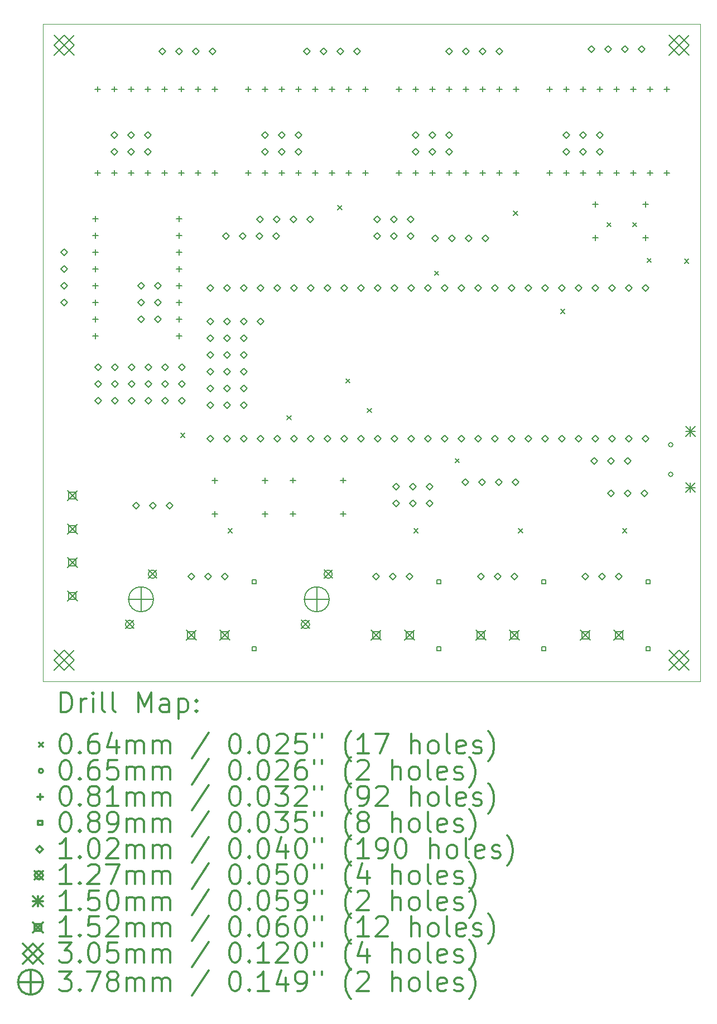
<source format=gbr>
%FSLAX45Y45*%
G04 Gerber Fmt 4.5, Leading zero omitted, Abs format (unit mm)*
G04 Created by KiCad (PCBNEW (after 2015-may-25 BZR unknown)-product) date 30/07/2015 9:42:17 AM*
%MOMM*%
G01*
G04 APERTURE LIST*
%ADD10C,0.127000*%
%ADD11C,0.025400*%
%ADD12C,0.200000*%
%ADD13C,0.300000*%
G04 APERTURE END LIST*
D10*
D11*
X7175500Y-5397500D02*
X7175500Y-15367000D01*
X17145000Y-5397500D02*
X7175500Y-5397500D01*
X17145000Y-15367000D02*
X17145000Y-5397500D01*
X7175500Y-15367000D02*
X17145000Y-15367000D01*
D12*
X9264650Y-11601450D02*
X9328150Y-11664950D01*
X9328150Y-11601450D02*
X9264650Y-11664950D01*
X9982200Y-13049250D02*
X10045700Y-13112750D01*
X10045700Y-13049250D02*
X9982200Y-13112750D01*
X10875010Y-11337290D02*
X10938510Y-11400790D01*
X10938510Y-11337290D02*
X10875010Y-11400790D01*
X11647170Y-8147050D02*
X11710670Y-8210550D01*
X11710670Y-8147050D02*
X11647170Y-8210550D01*
X11769090Y-10778490D02*
X11832590Y-10841990D01*
X11832590Y-10778490D02*
X11769090Y-10841990D01*
X12094210Y-11225530D02*
X12157710Y-11289030D01*
X12157710Y-11225530D02*
X12094210Y-11289030D01*
X12801600Y-13049250D02*
X12865100Y-13112750D01*
X12865100Y-13049250D02*
X12801600Y-13112750D01*
X13115290Y-9142730D02*
X13178790Y-9206230D01*
X13178790Y-9142730D02*
X13115290Y-9206230D01*
X13430250Y-11987530D02*
X13493750Y-12051030D01*
X13493750Y-11987530D02*
X13430250Y-12051030D01*
X14314170Y-8233410D02*
X14377670Y-8296910D01*
X14377670Y-8233410D02*
X14314170Y-8296910D01*
X14389100Y-13049250D02*
X14452600Y-13112750D01*
X14452600Y-13049250D02*
X14389100Y-13112750D01*
X15030450Y-9721850D02*
X15093950Y-9785350D01*
X15093950Y-9721850D02*
X15030450Y-9785350D01*
X15731490Y-8406130D02*
X15794990Y-8469630D01*
X15794990Y-8406130D02*
X15731490Y-8469630D01*
X15970250Y-13049250D02*
X16033750Y-13112750D01*
X16033750Y-13049250D02*
X15970250Y-13112750D01*
X16122650Y-8406130D02*
X16186150Y-8469630D01*
X16186150Y-8406130D02*
X16122650Y-8469630D01*
X16341090Y-8949690D02*
X16404590Y-9013190D01*
X16404590Y-8949690D02*
X16341090Y-9013190D01*
X16910050Y-8959850D02*
X16973550Y-9023350D01*
X16973550Y-8959850D02*
X16910050Y-9023350D01*
X16731488Y-11776456D02*
G75*
G03X16731488Y-11776456I-32512J0D01*
G01*
X16731488Y-12226544D02*
G75*
G03X16731488Y-12226544I-32512J0D01*
G01*
X7969250Y-8309610D02*
X7969250Y-8390890D01*
X7928610Y-8350250D02*
X8009890Y-8350250D01*
X7969250Y-8563610D02*
X7969250Y-8644890D01*
X7928610Y-8604250D02*
X8009890Y-8604250D01*
X7969250Y-8817610D02*
X7969250Y-8898890D01*
X7928610Y-8858250D02*
X8009890Y-8858250D01*
X7969250Y-9071610D02*
X7969250Y-9152890D01*
X7928610Y-9112250D02*
X8009890Y-9112250D01*
X7969250Y-9325610D02*
X7969250Y-9406890D01*
X7928610Y-9366250D02*
X8009890Y-9366250D01*
X7969250Y-9579610D02*
X7969250Y-9660890D01*
X7928610Y-9620250D02*
X8009890Y-9620250D01*
X7969250Y-9833610D02*
X7969250Y-9914890D01*
X7928610Y-9874250D02*
X8009890Y-9874250D01*
X7969250Y-10087610D02*
X7969250Y-10168890D01*
X7928610Y-10128250D02*
X8009890Y-10128250D01*
X8001000Y-6341110D02*
X8001000Y-6422390D01*
X7960360Y-6381750D02*
X8041640Y-6381750D01*
X8001000Y-7611110D02*
X8001000Y-7692390D01*
X7960360Y-7651750D02*
X8041640Y-7651750D01*
X8255000Y-6341110D02*
X8255000Y-6422390D01*
X8214360Y-6381750D02*
X8295640Y-6381750D01*
X8255000Y-7611110D02*
X8255000Y-7692390D01*
X8214360Y-7651750D02*
X8295640Y-7651750D01*
X8509000Y-6341110D02*
X8509000Y-6422390D01*
X8468360Y-6381750D02*
X8549640Y-6381750D01*
X8509000Y-7611110D02*
X8509000Y-7692390D01*
X8468360Y-7651750D02*
X8549640Y-7651750D01*
X8763000Y-6341110D02*
X8763000Y-6422390D01*
X8722360Y-6381750D02*
X8803640Y-6381750D01*
X8763000Y-7611110D02*
X8763000Y-7692390D01*
X8722360Y-7651750D02*
X8803640Y-7651750D01*
X9017000Y-6341110D02*
X9017000Y-6422390D01*
X8976360Y-6381750D02*
X9057640Y-6381750D01*
X9017000Y-7611110D02*
X9017000Y-7692390D01*
X8976360Y-7651750D02*
X9057640Y-7651750D01*
X9239250Y-8309610D02*
X9239250Y-8390890D01*
X9198610Y-8350250D02*
X9279890Y-8350250D01*
X9239250Y-8563610D02*
X9239250Y-8644890D01*
X9198610Y-8604250D02*
X9279890Y-8604250D01*
X9239250Y-8817610D02*
X9239250Y-8898890D01*
X9198610Y-8858250D02*
X9279890Y-8858250D01*
X9239250Y-9071610D02*
X9239250Y-9152890D01*
X9198610Y-9112250D02*
X9279890Y-9112250D01*
X9239250Y-9325610D02*
X9239250Y-9406890D01*
X9198610Y-9366250D02*
X9279890Y-9366250D01*
X9239250Y-9579610D02*
X9239250Y-9660890D01*
X9198610Y-9620250D02*
X9279890Y-9620250D01*
X9239250Y-9833610D02*
X9239250Y-9914890D01*
X9198610Y-9874250D02*
X9279890Y-9874250D01*
X9239250Y-10087610D02*
X9239250Y-10168890D01*
X9198610Y-10128250D02*
X9279890Y-10128250D01*
X9271000Y-6341110D02*
X9271000Y-6422390D01*
X9230360Y-6381750D02*
X9311640Y-6381750D01*
X9271000Y-7611110D02*
X9271000Y-7692390D01*
X9230360Y-7651750D02*
X9311640Y-7651750D01*
X9525000Y-6341110D02*
X9525000Y-6422390D01*
X9484360Y-6381750D02*
X9565640Y-6381750D01*
X9525000Y-7611110D02*
X9525000Y-7692390D01*
X9484360Y-7651750D02*
X9565640Y-7651750D01*
X9779000Y-6341110D02*
X9779000Y-6422390D01*
X9738360Y-6381750D02*
X9819640Y-6381750D01*
X9779000Y-7611110D02*
X9779000Y-7692390D01*
X9738360Y-7651750D02*
X9819640Y-7651750D01*
X9779000Y-12278360D02*
X9779000Y-12359640D01*
X9738360Y-12319000D02*
X9819640Y-12319000D01*
X9779000Y-12786360D02*
X9779000Y-12867640D01*
X9738360Y-12827000D02*
X9819640Y-12827000D01*
X10287000Y-6341110D02*
X10287000Y-6422390D01*
X10246360Y-6381750D02*
X10327640Y-6381750D01*
X10287000Y-7611110D02*
X10287000Y-7692390D01*
X10246360Y-7651750D02*
X10327640Y-7651750D01*
X10541000Y-6341110D02*
X10541000Y-6422390D01*
X10500360Y-6381750D02*
X10581640Y-6381750D01*
X10541000Y-7611110D02*
X10541000Y-7692390D01*
X10500360Y-7651750D02*
X10581640Y-7651750D01*
X10541000Y-12278360D02*
X10541000Y-12359640D01*
X10500360Y-12319000D02*
X10581640Y-12319000D01*
X10541000Y-12786360D02*
X10541000Y-12867640D01*
X10500360Y-12827000D02*
X10581640Y-12827000D01*
X10795000Y-6341110D02*
X10795000Y-6422390D01*
X10754360Y-6381750D02*
X10835640Y-6381750D01*
X10795000Y-7611110D02*
X10795000Y-7692390D01*
X10754360Y-7651750D02*
X10835640Y-7651750D01*
X10969000Y-12275360D02*
X10969000Y-12356640D01*
X10928360Y-12316000D02*
X11009640Y-12316000D01*
X10969000Y-12783360D02*
X10969000Y-12864640D01*
X10928360Y-12824000D02*
X11009640Y-12824000D01*
X11049000Y-6341110D02*
X11049000Y-6422390D01*
X11008360Y-6381750D02*
X11089640Y-6381750D01*
X11049000Y-7611110D02*
X11049000Y-7692390D01*
X11008360Y-7651750D02*
X11089640Y-7651750D01*
X11303000Y-6341110D02*
X11303000Y-6422390D01*
X11262360Y-6381750D02*
X11343640Y-6381750D01*
X11303000Y-7611110D02*
X11303000Y-7692390D01*
X11262360Y-7651750D02*
X11343640Y-7651750D01*
X11557000Y-6341110D02*
X11557000Y-6422390D01*
X11516360Y-6381750D02*
X11597640Y-6381750D01*
X11557000Y-7611110D02*
X11557000Y-7692390D01*
X11516360Y-7651750D02*
X11597640Y-7651750D01*
X11731000Y-12275360D02*
X11731000Y-12356640D01*
X11690360Y-12316000D02*
X11771640Y-12316000D01*
X11731000Y-12783360D02*
X11731000Y-12864640D01*
X11690360Y-12824000D02*
X11771640Y-12824000D01*
X11811000Y-6341110D02*
X11811000Y-6422390D01*
X11770360Y-6381750D02*
X11851640Y-6381750D01*
X11811000Y-7611110D02*
X11811000Y-7692390D01*
X11770360Y-7651750D02*
X11851640Y-7651750D01*
X12065000Y-6341110D02*
X12065000Y-6422390D01*
X12024360Y-6381750D02*
X12105640Y-6381750D01*
X12065000Y-7611110D02*
X12065000Y-7692390D01*
X12024360Y-7651750D02*
X12105640Y-7651750D01*
X12573000Y-6341110D02*
X12573000Y-6422390D01*
X12532360Y-6381750D02*
X12613640Y-6381750D01*
X12573000Y-7611110D02*
X12573000Y-7692390D01*
X12532360Y-7651750D02*
X12613640Y-7651750D01*
X12827000Y-6341110D02*
X12827000Y-6422390D01*
X12786360Y-6381750D02*
X12867640Y-6381750D01*
X12827000Y-7611110D02*
X12827000Y-7692390D01*
X12786360Y-7651750D02*
X12867640Y-7651750D01*
X13081000Y-6341110D02*
X13081000Y-6422390D01*
X13040360Y-6381750D02*
X13121640Y-6381750D01*
X13081000Y-7611110D02*
X13081000Y-7692390D01*
X13040360Y-7651750D02*
X13121640Y-7651750D01*
X13335000Y-6341110D02*
X13335000Y-6422390D01*
X13294360Y-6381750D02*
X13375640Y-6381750D01*
X13335000Y-7611110D02*
X13335000Y-7692390D01*
X13294360Y-7651750D02*
X13375640Y-7651750D01*
X13589000Y-6341110D02*
X13589000Y-6422390D01*
X13548360Y-6381750D02*
X13629640Y-6381750D01*
X13589000Y-7611110D02*
X13589000Y-7692390D01*
X13548360Y-7651750D02*
X13629640Y-7651750D01*
X13843000Y-6341110D02*
X13843000Y-6422390D01*
X13802360Y-6381750D02*
X13883640Y-6381750D01*
X13843000Y-7611110D02*
X13843000Y-7692390D01*
X13802360Y-7651750D02*
X13883640Y-7651750D01*
X14097000Y-6341110D02*
X14097000Y-6422390D01*
X14056360Y-6381750D02*
X14137640Y-6381750D01*
X14097000Y-7611110D02*
X14097000Y-7692390D01*
X14056360Y-7651750D02*
X14137640Y-7651750D01*
X14351000Y-6341110D02*
X14351000Y-6422390D01*
X14310360Y-6381750D02*
X14391640Y-6381750D01*
X14351000Y-7611110D02*
X14351000Y-7692390D01*
X14310360Y-7651750D02*
X14391640Y-7651750D01*
X14859000Y-6341110D02*
X14859000Y-6422390D01*
X14818360Y-6381750D02*
X14899640Y-6381750D01*
X14859000Y-7611110D02*
X14859000Y-7692390D01*
X14818360Y-7651750D02*
X14899640Y-7651750D01*
X15113000Y-6341110D02*
X15113000Y-6422390D01*
X15072360Y-6381750D02*
X15153640Y-6381750D01*
X15113000Y-7611110D02*
X15113000Y-7692390D01*
X15072360Y-7651750D02*
X15153640Y-7651750D01*
X15367000Y-6341110D02*
X15367000Y-6422390D01*
X15326360Y-6381750D02*
X15407640Y-6381750D01*
X15367000Y-7611110D02*
X15367000Y-7692390D01*
X15326360Y-7651750D02*
X15407640Y-7651750D01*
X15557500Y-8087360D02*
X15557500Y-8168640D01*
X15516860Y-8128000D02*
X15598140Y-8128000D01*
X15557500Y-8595360D02*
X15557500Y-8676640D01*
X15516860Y-8636000D02*
X15598140Y-8636000D01*
X15621000Y-6341110D02*
X15621000Y-6422390D01*
X15580360Y-6381750D02*
X15661640Y-6381750D01*
X15621000Y-7611110D02*
X15621000Y-7692390D01*
X15580360Y-7651750D02*
X15661640Y-7651750D01*
X15875000Y-6341110D02*
X15875000Y-6422390D01*
X15834360Y-6381750D02*
X15915640Y-6381750D01*
X15875000Y-7611110D02*
X15875000Y-7692390D01*
X15834360Y-7651750D02*
X15915640Y-7651750D01*
X16129000Y-6341110D02*
X16129000Y-6422390D01*
X16088360Y-6381750D02*
X16169640Y-6381750D01*
X16129000Y-7611110D02*
X16129000Y-7692390D01*
X16088360Y-7651750D02*
X16169640Y-7651750D01*
X16319500Y-8087360D02*
X16319500Y-8168640D01*
X16278860Y-8128000D02*
X16360140Y-8128000D01*
X16319500Y-8595360D02*
X16319500Y-8676640D01*
X16278860Y-8636000D02*
X16360140Y-8636000D01*
X16383000Y-6341110D02*
X16383000Y-6422390D01*
X16342360Y-6381750D02*
X16423640Y-6381750D01*
X16383000Y-7611110D02*
X16383000Y-7692390D01*
X16342360Y-7651750D02*
X16423640Y-7651750D01*
X16637000Y-6341110D02*
X16637000Y-6422390D01*
X16596360Y-6381750D02*
X16677640Y-6381750D01*
X16637000Y-7611110D02*
X16637000Y-7692390D01*
X16596360Y-7651750D02*
X16677640Y-7651750D01*
X10407331Y-13887131D02*
X10407331Y-13824269D01*
X10344469Y-13824269D01*
X10344469Y-13887131D01*
X10407331Y-13887131D01*
X10407331Y-14903131D02*
X10407331Y-14840269D01*
X10344469Y-14840269D01*
X10344469Y-14903131D01*
X10407331Y-14903131D01*
X13214031Y-13887131D02*
X13214031Y-13824269D01*
X13151169Y-13824269D01*
X13151169Y-13887131D01*
X13214031Y-13887131D01*
X13214031Y-14903131D02*
X13214031Y-14840269D01*
X13151169Y-14840269D01*
X13151169Y-14903131D01*
X13214031Y-14903131D01*
X14801531Y-13887131D02*
X14801531Y-13824269D01*
X14738669Y-13824269D01*
X14738669Y-13887131D01*
X14801531Y-13887131D01*
X14801531Y-14903131D02*
X14801531Y-14840269D01*
X14738669Y-14840269D01*
X14738669Y-14903131D01*
X14801531Y-14903131D01*
X16389031Y-13887131D02*
X16389031Y-13824269D01*
X16326169Y-13824269D01*
X16326169Y-13887131D01*
X16389031Y-13887131D01*
X16389031Y-14903131D02*
X16389031Y-14840269D01*
X16326169Y-14840269D01*
X16326169Y-14903131D01*
X16389031Y-14903131D01*
X7493000Y-8909050D02*
X7543800Y-8858250D01*
X7493000Y-8807450D01*
X7442200Y-8858250D01*
X7493000Y-8909050D01*
X7493000Y-9163050D02*
X7543800Y-9112250D01*
X7493000Y-9061450D01*
X7442200Y-9112250D01*
X7493000Y-9163050D01*
X7493000Y-9417050D02*
X7543800Y-9366250D01*
X7493000Y-9315450D01*
X7442200Y-9366250D01*
X7493000Y-9417050D01*
X7493000Y-9671050D02*
X7543800Y-9620250D01*
X7493000Y-9569450D01*
X7442200Y-9620250D01*
X7493000Y-9671050D01*
X8011160Y-10652760D02*
X8061960Y-10601960D01*
X8011160Y-10551160D01*
X7960360Y-10601960D01*
X8011160Y-10652760D01*
X8011160Y-10906760D02*
X8061960Y-10855960D01*
X8011160Y-10805160D01*
X7960360Y-10855960D01*
X8011160Y-10906760D01*
X8011160Y-11160760D02*
X8061960Y-11109960D01*
X8011160Y-11059160D01*
X7960360Y-11109960D01*
X8011160Y-11160760D01*
X8255000Y-7131050D02*
X8305800Y-7080250D01*
X8255000Y-7029450D01*
X8204200Y-7080250D01*
X8255000Y-7131050D01*
X8255000Y-7385050D02*
X8305800Y-7334250D01*
X8255000Y-7283450D01*
X8204200Y-7334250D01*
X8255000Y-7385050D01*
X8265160Y-10652760D02*
X8315960Y-10601960D01*
X8265160Y-10551160D01*
X8214360Y-10601960D01*
X8265160Y-10652760D01*
X8265160Y-10906760D02*
X8315960Y-10855960D01*
X8265160Y-10805160D01*
X8214360Y-10855960D01*
X8265160Y-10906760D01*
X8265160Y-11160760D02*
X8315960Y-11109960D01*
X8265160Y-11059160D01*
X8214360Y-11109960D01*
X8265160Y-11160760D01*
X8509000Y-7131050D02*
X8559800Y-7080250D01*
X8509000Y-7029450D01*
X8458200Y-7080250D01*
X8509000Y-7131050D01*
X8509000Y-7385050D02*
X8559800Y-7334250D01*
X8509000Y-7283450D01*
X8458200Y-7334250D01*
X8509000Y-7385050D01*
X8519160Y-10652760D02*
X8569960Y-10601960D01*
X8519160Y-10551160D01*
X8468360Y-10601960D01*
X8519160Y-10652760D01*
X8519160Y-10906760D02*
X8569960Y-10855960D01*
X8519160Y-10805160D01*
X8468360Y-10855960D01*
X8519160Y-10906760D01*
X8519160Y-11160760D02*
X8569960Y-11109960D01*
X8519160Y-11059160D01*
X8468360Y-11109960D01*
X8519160Y-11160760D01*
X8585200Y-12750800D02*
X8636000Y-12700000D01*
X8585200Y-12649200D01*
X8534400Y-12700000D01*
X8585200Y-12750800D01*
X8667750Y-9417050D02*
X8718550Y-9366250D01*
X8667750Y-9315450D01*
X8616950Y-9366250D01*
X8667750Y-9417050D01*
X8667750Y-9671050D02*
X8718550Y-9620250D01*
X8667750Y-9569450D01*
X8616950Y-9620250D01*
X8667750Y-9671050D01*
X8667750Y-9925050D02*
X8718550Y-9874250D01*
X8667750Y-9823450D01*
X8616950Y-9874250D01*
X8667750Y-9925050D01*
X8763000Y-7131050D02*
X8813800Y-7080250D01*
X8763000Y-7029450D01*
X8712200Y-7080250D01*
X8763000Y-7131050D01*
X8763000Y-7385050D02*
X8813800Y-7334250D01*
X8763000Y-7283450D01*
X8712200Y-7334250D01*
X8763000Y-7385050D01*
X8773160Y-10652760D02*
X8823960Y-10601960D01*
X8773160Y-10551160D01*
X8722360Y-10601960D01*
X8773160Y-10652760D01*
X8773160Y-10906760D02*
X8823960Y-10855960D01*
X8773160Y-10805160D01*
X8722360Y-10855960D01*
X8773160Y-10906760D01*
X8773160Y-11160760D02*
X8823960Y-11109960D01*
X8773160Y-11059160D01*
X8722360Y-11109960D01*
X8773160Y-11160760D01*
X8839200Y-12750800D02*
X8890000Y-12700000D01*
X8839200Y-12649200D01*
X8788400Y-12700000D01*
X8839200Y-12750800D01*
X8921750Y-9417050D02*
X8972550Y-9366250D01*
X8921750Y-9315450D01*
X8870950Y-9366250D01*
X8921750Y-9417050D01*
X8921750Y-9671050D02*
X8972550Y-9620250D01*
X8921750Y-9569450D01*
X8870950Y-9620250D01*
X8921750Y-9671050D01*
X8921750Y-9925050D02*
X8972550Y-9874250D01*
X8921750Y-9823450D01*
X8870950Y-9874250D01*
X8921750Y-9925050D01*
X8985250Y-5861050D02*
X9036050Y-5810250D01*
X8985250Y-5759450D01*
X8934450Y-5810250D01*
X8985250Y-5861050D01*
X9027160Y-10652760D02*
X9077960Y-10601960D01*
X9027160Y-10551160D01*
X8976360Y-10601960D01*
X9027160Y-10652760D01*
X9027160Y-10906760D02*
X9077960Y-10855960D01*
X9027160Y-10805160D01*
X8976360Y-10855960D01*
X9027160Y-10906760D01*
X9027160Y-11160760D02*
X9077960Y-11109960D01*
X9027160Y-11059160D01*
X8976360Y-11109960D01*
X9027160Y-11160760D01*
X9093200Y-12750800D02*
X9144000Y-12700000D01*
X9093200Y-12649200D01*
X9042400Y-12700000D01*
X9093200Y-12750800D01*
X9239250Y-5861050D02*
X9290050Y-5810250D01*
X9239250Y-5759450D01*
X9188450Y-5810250D01*
X9239250Y-5861050D01*
X9281160Y-10652760D02*
X9331960Y-10601960D01*
X9281160Y-10551160D01*
X9230360Y-10601960D01*
X9281160Y-10652760D01*
X9281160Y-10906760D02*
X9331960Y-10855960D01*
X9281160Y-10805160D01*
X9230360Y-10855960D01*
X9281160Y-10906760D01*
X9281160Y-11160760D02*
X9331960Y-11109960D01*
X9281160Y-11059160D01*
X9230360Y-11109960D01*
X9281160Y-11160760D01*
X9423400Y-13830300D02*
X9474200Y-13779500D01*
X9423400Y-13728700D01*
X9372600Y-13779500D01*
X9423400Y-13830300D01*
X9493250Y-5861050D02*
X9544050Y-5810250D01*
X9493250Y-5759450D01*
X9442450Y-5810250D01*
X9493250Y-5861050D01*
X9677400Y-13830300D02*
X9728200Y-13779500D01*
X9677400Y-13728700D01*
X9626600Y-13779500D01*
X9677400Y-13830300D01*
X9715500Y-9448800D02*
X9766300Y-9398000D01*
X9715500Y-9347200D01*
X9664700Y-9398000D01*
X9715500Y-9448800D01*
X9715500Y-9956800D02*
X9766300Y-9906000D01*
X9715500Y-9855200D01*
X9664700Y-9906000D01*
X9715500Y-9956800D01*
X9715500Y-10210800D02*
X9766300Y-10160000D01*
X9715500Y-10109200D01*
X9664700Y-10160000D01*
X9715500Y-10210800D01*
X9715500Y-10464800D02*
X9766300Y-10414000D01*
X9715500Y-10363200D01*
X9664700Y-10414000D01*
X9715500Y-10464800D01*
X9715500Y-10718800D02*
X9766300Y-10668000D01*
X9715500Y-10617200D01*
X9664700Y-10668000D01*
X9715500Y-10718800D01*
X9715500Y-10972800D02*
X9766300Y-10922000D01*
X9715500Y-10871200D01*
X9664700Y-10922000D01*
X9715500Y-10972800D01*
X9715500Y-11226800D02*
X9766300Y-11176000D01*
X9715500Y-11125200D01*
X9664700Y-11176000D01*
X9715500Y-11226800D01*
X9715500Y-11734800D02*
X9766300Y-11684000D01*
X9715500Y-11633200D01*
X9664700Y-11684000D01*
X9715500Y-11734800D01*
X9747250Y-5861050D02*
X9798050Y-5810250D01*
X9747250Y-5759450D01*
X9696450Y-5810250D01*
X9747250Y-5861050D01*
X9931400Y-13830300D02*
X9982200Y-13779500D01*
X9931400Y-13728700D01*
X9880600Y-13779500D01*
X9931400Y-13830300D01*
X9951720Y-8661400D02*
X10002520Y-8610600D01*
X9951720Y-8559800D01*
X9900920Y-8610600D01*
X9951720Y-8661400D01*
X9969500Y-9448800D02*
X10020300Y-9398000D01*
X9969500Y-9347200D01*
X9918700Y-9398000D01*
X9969500Y-9448800D01*
X9969500Y-9956800D02*
X10020300Y-9906000D01*
X9969500Y-9855200D01*
X9918700Y-9906000D01*
X9969500Y-9956800D01*
X9969500Y-10210800D02*
X10020300Y-10160000D01*
X9969500Y-10109200D01*
X9918700Y-10160000D01*
X9969500Y-10210800D01*
X9969500Y-10464800D02*
X10020300Y-10414000D01*
X9969500Y-10363200D01*
X9918700Y-10414000D01*
X9969500Y-10464800D01*
X9969500Y-10718800D02*
X10020300Y-10668000D01*
X9969500Y-10617200D01*
X9918700Y-10668000D01*
X9969500Y-10718800D01*
X9969500Y-10972800D02*
X10020300Y-10922000D01*
X9969500Y-10871200D01*
X9918700Y-10922000D01*
X9969500Y-10972800D01*
X9969500Y-11226800D02*
X10020300Y-11176000D01*
X9969500Y-11125200D01*
X9918700Y-11176000D01*
X9969500Y-11226800D01*
X9969500Y-11734800D02*
X10020300Y-11684000D01*
X9969500Y-11633200D01*
X9918700Y-11684000D01*
X9969500Y-11734800D01*
X10205720Y-8661400D02*
X10256520Y-8610600D01*
X10205720Y-8559800D01*
X10154920Y-8610600D01*
X10205720Y-8661400D01*
X10223500Y-9448800D02*
X10274300Y-9398000D01*
X10223500Y-9347200D01*
X10172700Y-9398000D01*
X10223500Y-9448800D01*
X10223500Y-9956800D02*
X10274300Y-9906000D01*
X10223500Y-9855200D01*
X10172700Y-9906000D01*
X10223500Y-9956800D01*
X10223500Y-10210800D02*
X10274300Y-10160000D01*
X10223500Y-10109200D01*
X10172700Y-10160000D01*
X10223500Y-10210800D01*
X10223500Y-10464800D02*
X10274300Y-10414000D01*
X10223500Y-10363200D01*
X10172700Y-10414000D01*
X10223500Y-10464800D01*
X10223500Y-10718800D02*
X10274300Y-10668000D01*
X10223500Y-10617200D01*
X10172700Y-10668000D01*
X10223500Y-10718800D01*
X10223500Y-10972800D02*
X10274300Y-10922000D01*
X10223500Y-10871200D01*
X10172700Y-10922000D01*
X10223500Y-10972800D01*
X10223500Y-11226800D02*
X10274300Y-11176000D01*
X10223500Y-11125200D01*
X10172700Y-11176000D01*
X10223500Y-11226800D01*
X10223500Y-11734800D02*
X10274300Y-11684000D01*
X10223500Y-11633200D01*
X10172700Y-11684000D01*
X10223500Y-11734800D01*
X10459720Y-8661400D02*
X10510520Y-8610600D01*
X10459720Y-8559800D01*
X10408920Y-8610600D01*
X10459720Y-8661400D01*
X10464800Y-8407400D02*
X10515600Y-8356600D01*
X10464800Y-8305800D01*
X10414000Y-8356600D01*
X10464800Y-8407400D01*
X10477500Y-9448800D02*
X10528300Y-9398000D01*
X10477500Y-9347200D01*
X10426700Y-9398000D01*
X10477500Y-9448800D01*
X10477500Y-9956800D02*
X10528300Y-9906000D01*
X10477500Y-9855200D01*
X10426700Y-9906000D01*
X10477500Y-9956800D01*
X10477500Y-11734800D02*
X10528300Y-11684000D01*
X10477500Y-11633200D01*
X10426700Y-11684000D01*
X10477500Y-11734800D01*
X10541000Y-7131050D02*
X10591800Y-7080250D01*
X10541000Y-7029450D01*
X10490200Y-7080250D01*
X10541000Y-7131050D01*
X10541000Y-7385050D02*
X10591800Y-7334250D01*
X10541000Y-7283450D01*
X10490200Y-7334250D01*
X10541000Y-7385050D01*
X10713720Y-8661400D02*
X10764520Y-8610600D01*
X10713720Y-8559800D01*
X10662920Y-8610600D01*
X10713720Y-8661400D01*
X10718800Y-8407400D02*
X10769600Y-8356600D01*
X10718800Y-8305800D01*
X10668000Y-8356600D01*
X10718800Y-8407400D01*
X10731500Y-9448800D02*
X10782300Y-9398000D01*
X10731500Y-9347200D01*
X10680700Y-9398000D01*
X10731500Y-9448800D01*
X10731500Y-11734800D02*
X10782300Y-11684000D01*
X10731500Y-11633200D01*
X10680700Y-11684000D01*
X10731500Y-11734800D01*
X10795000Y-7131050D02*
X10845800Y-7080250D01*
X10795000Y-7029450D01*
X10744200Y-7080250D01*
X10795000Y-7131050D01*
X10795000Y-7385050D02*
X10845800Y-7334250D01*
X10795000Y-7283450D01*
X10744200Y-7334250D01*
X10795000Y-7385050D01*
X10972800Y-8407400D02*
X11023600Y-8356600D01*
X10972800Y-8305800D01*
X10922000Y-8356600D01*
X10972800Y-8407400D01*
X10985500Y-9448800D02*
X11036300Y-9398000D01*
X10985500Y-9347200D01*
X10934700Y-9398000D01*
X10985500Y-9448800D01*
X10985500Y-11734800D02*
X11036300Y-11684000D01*
X10985500Y-11633200D01*
X10934700Y-11684000D01*
X10985500Y-11734800D01*
X11049000Y-7131050D02*
X11099800Y-7080250D01*
X11049000Y-7029450D01*
X10998200Y-7080250D01*
X11049000Y-7131050D01*
X11049000Y-7385050D02*
X11099800Y-7334250D01*
X11049000Y-7283450D01*
X10998200Y-7334250D01*
X11049000Y-7385050D01*
X11176000Y-5861050D02*
X11226800Y-5810250D01*
X11176000Y-5759450D01*
X11125200Y-5810250D01*
X11176000Y-5861050D01*
X11226800Y-8407400D02*
X11277600Y-8356600D01*
X11226800Y-8305800D01*
X11176000Y-8356600D01*
X11226800Y-8407400D01*
X11239500Y-9448800D02*
X11290300Y-9398000D01*
X11239500Y-9347200D01*
X11188700Y-9398000D01*
X11239500Y-9448800D01*
X11239500Y-11734800D02*
X11290300Y-11684000D01*
X11239500Y-11633200D01*
X11188700Y-11684000D01*
X11239500Y-11734800D01*
X11430000Y-5861050D02*
X11480800Y-5810250D01*
X11430000Y-5759450D01*
X11379200Y-5810250D01*
X11430000Y-5861050D01*
X11493500Y-9448800D02*
X11544300Y-9398000D01*
X11493500Y-9347200D01*
X11442700Y-9398000D01*
X11493500Y-9448800D01*
X11493500Y-11734800D02*
X11544300Y-11684000D01*
X11493500Y-11633200D01*
X11442700Y-11684000D01*
X11493500Y-11734800D01*
X11684000Y-5861050D02*
X11734800Y-5810250D01*
X11684000Y-5759450D01*
X11633200Y-5810250D01*
X11684000Y-5861050D01*
X11747500Y-9448800D02*
X11798300Y-9398000D01*
X11747500Y-9347200D01*
X11696700Y-9398000D01*
X11747500Y-9448800D01*
X11747500Y-11734800D02*
X11798300Y-11684000D01*
X11747500Y-11633200D01*
X11696700Y-11684000D01*
X11747500Y-11734800D01*
X11938000Y-5861050D02*
X11988800Y-5810250D01*
X11938000Y-5759450D01*
X11887200Y-5810250D01*
X11938000Y-5861050D01*
X12001500Y-9448800D02*
X12052300Y-9398000D01*
X12001500Y-9347200D01*
X11950700Y-9398000D01*
X12001500Y-9448800D01*
X12001500Y-11734800D02*
X12052300Y-11684000D01*
X12001500Y-11633200D01*
X11950700Y-11684000D01*
X12001500Y-11734800D01*
X12230100Y-13830300D02*
X12280900Y-13779500D01*
X12230100Y-13728700D01*
X12179300Y-13779500D01*
X12230100Y-13830300D01*
X12242800Y-8407400D02*
X12293600Y-8356600D01*
X12242800Y-8305800D01*
X12192000Y-8356600D01*
X12242800Y-8407400D01*
X12242800Y-8661400D02*
X12293600Y-8610600D01*
X12242800Y-8559800D01*
X12192000Y-8610600D01*
X12242800Y-8661400D01*
X12255500Y-9448800D02*
X12306300Y-9398000D01*
X12255500Y-9347200D01*
X12204700Y-9398000D01*
X12255500Y-9448800D01*
X12255500Y-11734800D02*
X12306300Y-11684000D01*
X12255500Y-11633200D01*
X12204700Y-11684000D01*
X12255500Y-11734800D01*
X12484100Y-13830300D02*
X12534900Y-13779500D01*
X12484100Y-13728700D01*
X12433300Y-13779500D01*
X12484100Y-13830300D01*
X12496800Y-8407400D02*
X12547600Y-8356600D01*
X12496800Y-8305800D01*
X12446000Y-8356600D01*
X12496800Y-8407400D01*
X12496800Y-8661400D02*
X12547600Y-8610600D01*
X12496800Y-8559800D01*
X12446000Y-8610600D01*
X12496800Y-8661400D01*
X12509500Y-9448800D02*
X12560300Y-9398000D01*
X12509500Y-9347200D01*
X12458700Y-9398000D01*
X12509500Y-9448800D01*
X12509500Y-11734800D02*
X12560300Y-11684000D01*
X12509500Y-11633200D01*
X12458700Y-11684000D01*
X12509500Y-11734800D01*
X12532360Y-12461240D02*
X12583160Y-12410440D01*
X12532360Y-12359640D01*
X12481560Y-12410440D01*
X12532360Y-12461240D01*
X12532360Y-12715240D02*
X12583160Y-12664440D01*
X12532360Y-12613640D01*
X12481560Y-12664440D01*
X12532360Y-12715240D01*
X12738100Y-13830300D02*
X12788900Y-13779500D01*
X12738100Y-13728700D01*
X12687300Y-13779500D01*
X12738100Y-13830300D01*
X12750800Y-8407400D02*
X12801600Y-8356600D01*
X12750800Y-8305800D01*
X12700000Y-8356600D01*
X12750800Y-8407400D01*
X12750800Y-8661400D02*
X12801600Y-8610600D01*
X12750800Y-8559800D01*
X12700000Y-8610600D01*
X12750800Y-8661400D01*
X12763500Y-9448800D02*
X12814300Y-9398000D01*
X12763500Y-9347200D01*
X12712700Y-9398000D01*
X12763500Y-9448800D01*
X12763500Y-11734800D02*
X12814300Y-11684000D01*
X12763500Y-11633200D01*
X12712700Y-11684000D01*
X12763500Y-11734800D01*
X12786360Y-12461240D02*
X12837160Y-12410440D01*
X12786360Y-12359640D01*
X12735560Y-12410440D01*
X12786360Y-12461240D01*
X12786360Y-12715240D02*
X12837160Y-12664440D01*
X12786360Y-12613640D01*
X12735560Y-12664440D01*
X12786360Y-12715240D01*
X12827000Y-7131050D02*
X12877800Y-7080250D01*
X12827000Y-7029450D01*
X12776200Y-7080250D01*
X12827000Y-7131050D01*
X12827000Y-7385050D02*
X12877800Y-7334250D01*
X12827000Y-7283450D01*
X12776200Y-7334250D01*
X12827000Y-7385050D01*
X13017500Y-9448800D02*
X13068300Y-9398000D01*
X13017500Y-9347200D01*
X12966700Y-9398000D01*
X13017500Y-9448800D01*
X13017500Y-11734800D02*
X13068300Y-11684000D01*
X13017500Y-11633200D01*
X12966700Y-11684000D01*
X13017500Y-11734800D01*
X13040360Y-12461240D02*
X13091160Y-12410440D01*
X13040360Y-12359640D01*
X12989560Y-12410440D01*
X13040360Y-12461240D01*
X13040360Y-12715240D02*
X13091160Y-12664440D01*
X13040360Y-12613640D01*
X12989560Y-12664440D01*
X13040360Y-12715240D01*
X13081000Y-7131050D02*
X13131800Y-7080250D01*
X13081000Y-7029450D01*
X13030200Y-7080250D01*
X13081000Y-7131050D01*
X13081000Y-7385050D02*
X13131800Y-7334250D01*
X13081000Y-7283450D01*
X13030200Y-7334250D01*
X13081000Y-7385050D01*
X13126720Y-8691880D02*
X13177520Y-8641080D01*
X13126720Y-8590280D01*
X13075920Y-8641080D01*
X13126720Y-8691880D01*
X13271500Y-9448800D02*
X13322300Y-9398000D01*
X13271500Y-9347200D01*
X13220700Y-9398000D01*
X13271500Y-9448800D01*
X13271500Y-11734800D02*
X13322300Y-11684000D01*
X13271500Y-11633200D01*
X13220700Y-11684000D01*
X13271500Y-11734800D01*
X13335000Y-5861050D02*
X13385800Y-5810250D01*
X13335000Y-5759450D01*
X13284200Y-5810250D01*
X13335000Y-5861050D01*
X13335000Y-7131050D02*
X13385800Y-7080250D01*
X13335000Y-7029450D01*
X13284200Y-7080250D01*
X13335000Y-7131050D01*
X13335000Y-7385050D02*
X13385800Y-7334250D01*
X13335000Y-7283450D01*
X13284200Y-7334250D01*
X13335000Y-7385050D01*
X13380720Y-8691880D02*
X13431520Y-8641080D01*
X13380720Y-8590280D01*
X13329920Y-8641080D01*
X13380720Y-8691880D01*
X13525500Y-9448800D02*
X13576300Y-9398000D01*
X13525500Y-9347200D01*
X13474700Y-9398000D01*
X13525500Y-9448800D01*
X13525500Y-11734800D02*
X13576300Y-11684000D01*
X13525500Y-11633200D01*
X13474700Y-11684000D01*
X13525500Y-11734800D01*
X13578840Y-12395200D02*
X13629640Y-12344400D01*
X13578840Y-12293600D01*
X13528040Y-12344400D01*
X13578840Y-12395200D01*
X13589000Y-5861050D02*
X13639800Y-5810250D01*
X13589000Y-5759450D01*
X13538200Y-5810250D01*
X13589000Y-5861050D01*
X13634720Y-8691880D02*
X13685520Y-8641080D01*
X13634720Y-8590280D01*
X13583920Y-8641080D01*
X13634720Y-8691880D01*
X13779500Y-9448800D02*
X13830300Y-9398000D01*
X13779500Y-9347200D01*
X13728700Y-9398000D01*
X13779500Y-9448800D01*
X13779500Y-11734800D02*
X13830300Y-11684000D01*
X13779500Y-11633200D01*
X13728700Y-11684000D01*
X13779500Y-11734800D01*
X13817600Y-13830300D02*
X13868400Y-13779500D01*
X13817600Y-13728700D01*
X13766800Y-13779500D01*
X13817600Y-13830300D01*
X13832840Y-12395200D02*
X13883640Y-12344400D01*
X13832840Y-12293600D01*
X13782040Y-12344400D01*
X13832840Y-12395200D01*
X13843000Y-5861050D02*
X13893800Y-5810250D01*
X13843000Y-5759450D01*
X13792200Y-5810250D01*
X13843000Y-5861050D01*
X13888720Y-8691880D02*
X13939520Y-8641080D01*
X13888720Y-8590280D01*
X13837920Y-8641080D01*
X13888720Y-8691880D01*
X14033500Y-9448800D02*
X14084300Y-9398000D01*
X14033500Y-9347200D01*
X13982700Y-9398000D01*
X14033500Y-9448800D01*
X14033500Y-11734800D02*
X14084300Y-11684000D01*
X14033500Y-11633200D01*
X13982700Y-11684000D01*
X14033500Y-11734800D01*
X14071600Y-13830300D02*
X14122400Y-13779500D01*
X14071600Y-13728700D01*
X14020800Y-13779500D01*
X14071600Y-13830300D01*
X14086840Y-12395200D02*
X14137640Y-12344400D01*
X14086840Y-12293600D01*
X14036040Y-12344400D01*
X14086840Y-12395200D01*
X14097000Y-5861050D02*
X14147800Y-5810250D01*
X14097000Y-5759450D01*
X14046200Y-5810250D01*
X14097000Y-5861050D01*
X14287500Y-9448800D02*
X14338300Y-9398000D01*
X14287500Y-9347200D01*
X14236700Y-9398000D01*
X14287500Y-9448800D01*
X14287500Y-11734800D02*
X14338300Y-11684000D01*
X14287500Y-11633200D01*
X14236700Y-11684000D01*
X14287500Y-11734800D01*
X14325600Y-13830300D02*
X14376400Y-13779500D01*
X14325600Y-13728700D01*
X14274800Y-13779500D01*
X14325600Y-13830300D01*
X14340840Y-12395200D02*
X14391640Y-12344400D01*
X14340840Y-12293600D01*
X14290040Y-12344400D01*
X14340840Y-12395200D01*
X14541500Y-9448800D02*
X14592300Y-9398000D01*
X14541500Y-9347200D01*
X14490700Y-9398000D01*
X14541500Y-9448800D01*
X14541500Y-11734800D02*
X14592300Y-11684000D01*
X14541500Y-11633200D01*
X14490700Y-11684000D01*
X14541500Y-11734800D01*
X14795500Y-9448800D02*
X14846300Y-9398000D01*
X14795500Y-9347200D01*
X14744700Y-9398000D01*
X14795500Y-9448800D01*
X14795500Y-11734800D02*
X14846300Y-11684000D01*
X14795500Y-11633200D01*
X14744700Y-11684000D01*
X14795500Y-11734800D01*
X15049500Y-9448800D02*
X15100300Y-9398000D01*
X15049500Y-9347200D01*
X14998700Y-9398000D01*
X15049500Y-9448800D01*
X15049500Y-11734800D02*
X15100300Y-11684000D01*
X15049500Y-11633200D01*
X14998700Y-11684000D01*
X15049500Y-11734800D01*
X15113000Y-7131050D02*
X15163800Y-7080250D01*
X15113000Y-7029450D01*
X15062200Y-7080250D01*
X15113000Y-7131050D01*
X15113000Y-7385050D02*
X15163800Y-7334250D01*
X15113000Y-7283450D01*
X15062200Y-7334250D01*
X15113000Y-7385050D01*
X15303500Y-9448800D02*
X15354300Y-9398000D01*
X15303500Y-9347200D01*
X15252700Y-9398000D01*
X15303500Y-9448800D01*
X15303500Y-11734800D02*
X15354300Y-11684000D01*
X15303500Y-11633200D01*
X15252700Y-11684000D01*
X15303500Y-11734800D01*
X15367000Y-7131050D02*
X15417800Y-7080250D01*
X15367000Y-7029450D01*
X15316200Y-7080250D01*
X15367000Y-7131050D01*
X15367000Y-7385050D02*
X15417800Y-7334250D01*
X15367000Y-7283450D01*
X15316200Y-7334250D01*
X15367000Y-7385050D01*
X15405100Y-13830300D02*
X15455900Y-13779500D01*
X15405100Y-13728700D01*
X15354300Y-13779500D01*
X15405100Y-13830300D01*
X15494000Y-5829300D02*
X15544800Y-5778500D01*
X15494000Y-5727700D01*
X15443200Y-5778500D01*
X15494000Y-5829300D01*
X15539720Y-12070080D02*
X15590520Y-12019280D01*
X15539720Y-11968480D01*
X15488920Y-12019280D01*
X15539720Y-12070080D01*
X15557500Y-9448800D02*
X15608300Y-9398000D01*
X15557500Y-9347200D01*
X15506700Y-9398000D01*
X15557500Y-9448800D01*
X15557500Y-11734800D02*
X15608300Y-11684000D01*
X15557500Y-11633200D01*
X15506700Y-11684000D01*
X15557500Y-11734800D01*
X15621000Y-7131050D02*
X15671800Y-7080250D01*
X15621000Y-7029450D01*
X15570200Y-7080250D01*
X15621000Y-7131050D01*
X15621000Y-7385050D02*
X15671800Y-7334250D01*
X15621000Y-7283450D01*
X15570200Y-7334250D01*
X15621000Y-7385050D01*
X15659100Y-13830300D02*
X15709900Y-13779500D01*
X15659100Y-13728700D01*
X15608300Y-13779500D01*
X15659100Y-13830300D01*
X15748000Y-5829300D02*
X15798800Y-5778500D01*
X15748000Y-5727700D01*
X15697200Y-5778500D01*
X15748000Y-5829300D01*
X15788640Y-12567920D02*
X15839440Y-12517120D01*
X15788640Y-12466320D01*
X15737840Y-12517120D01*
X15788640Y-12567920D01*
X15793720Y-12070080D02*
X15844520Y-12019280D01*
X15793720Y-11968480D01*
X15742920Y-12019280D01*
X15793720Y-12070080D01*
X15811500Y-9448800D02*
X15862300Y-9398000D01*
X15811500Y-9347200D01*
X15760700Y-9398000D01*
X15811500Y-9448800D01*
X15811500Y-11734800D02*
X15862300Y-11684000D01*
X15811500Y-11633200D01*
X15760700Y-11684000D01*
X15811500Y-11734800D01*
X15913100Y-13830300D02*
X15963900Y-13779500D01*
X15913100Y-13728700D01*
X15862300Y-13779500D01*
X15913100Y-13830300D01*
X16002000Y-5829300D02*
X16052800Y-5778500D01*
X16002000Y-5727700D01*
X15951200Y-5778500D01*
X16002000Y-5829300D01*
X16042640Y-12567920D02*
X16093440Y-12517120D01*
X16042640Y-12466320D01*
X15991840Y-12517120D01*
X16042640Y-12567920D01*
X16047720Y-12070080D02*
X16098520Y-12019280D01*
X16047720Y-11968480D01*
X15996920Y-12019280D01*
X16047720Y-12070080D01*
X16065500Y-9448800D02*
X16116300Y-9398000D01*
X16065500Y-9347200D01*
X16014700Y-9398000D01*
X16065500Y-9448800D01*
X16065500Y-11734800D02*
X16116300Y-11684000D01*
X16065500Y-11633200D01*
X16014700Y-11684000D01*
X16065500Y-11734800D01*
X16256000Y-5829300D02*
X16306800Y-5778500D01*
X16256000Y-5727700D01*
X16205200Y-5778500D01*
X16256000Y-5829300D01*
X16296640Y-12567920D02*
X16347440Y-12517120D01*
X16296640Y-12466320D01*
X16245840Y-12517120D01*
X16296640Y-12567920D01*
X16319500Y-9448800D02*
X16370300Y-9398000D01*
X16319500Y-9347200D01*
X16268700Y-9398000D01*
X16319500Y-9448800D01*
X16319500Y-11734800D02*
X16370300Y-11684000D01*
X16319500Y-11633200D01*
X16268700Y-11684000D01*
X16319500Y-11734800D01*
X8425180Y-14439900D02*
X8552180Y-14566900D01*
X8552180Y-14439900D02*
X8425180Y-14566900D01*
X8552180Y-14503400D02*
G75*
G03X8552180Y-14503400I-63500J0D01*
G01*
X8770620Y-13677900D02*
X8897620Y-13804900D01*
X8897620Y-13677900D02*
X8770620Y-13804900D01*
X8897620Y-13741400D02*
G75*
G03X8897620Y-13741400I-63500J0D01*
G01*
X11092180Y-14439900D02*
X11219180Y-14566900D01*
X11219180Y-14439900D02*
X11092180Y-14566900D01*
X11219180Y-14503400D02*
G75*
G03X11219180Y-14503400I-63500J0D01*
G01*
X11437620Y-13677900D02*
X11564620Y-13804900D01*
X11564620Y-13677900D02*
X11437620Y-13804900D01*
X11564620Y-13741400D02*
G75*
G03X11564620Y-13741400I-63500J0D01*
G01*
X16923893Y-11501501D02*
X17074007Y-11651615D01*
X17074007Y-11501501D02*
X16923893Y-11651615D01*
X16998950Y-11501501D02*
X16998950Y-11651615D01*
X16923893Y-11576558D02*
X17074007Y-11576558D01*
X16923893Y-12351385D02*
X17074007Y-12501499D01*
X17074007Y-12351385D02*
X16923893Y-12501499D01*
X16998950Y-12351385D02*
X16998950Y-12501499D01*
X16923893Y-12426442D02*
X17074007Y-12426442D01*
X7543800Y-12471400D02*
X7696200Y-12623800D01*
X7696200Y-12471400D02*
X7543800Y-12623800D01*
X7673882Y-12601482D02*
X7673882Y-12493718D01*
X7566118Y-12493718D01*
X7566118Y-12601482D01*
X7673882Y-12601482D01*
X7543800Y-12979400D02*
X7696200Y-13131800D01*
X7696200Y-12979400D02*
X7543800Y-13131800D01*
X7673882Y-13109482D02*
X7673882Y-13001718D01*
X7566118Y-13001718D01*
X7566118Y-13109482D01*
X7673882Y-13109482D01*
X7543800Y-13487400D02*
X7696200Y-13639800D01*
X7696200Y-13487400D02*
X7543800Y-13639800D01*
X7673882Y-13617482D02*
X7673882Y-13509718D01*
X7566118Y-13509718D01*
X7566118Y-13617482D01*
X7673882Y-13617482D01*
X7543800Y-13995400D02*
X7696200Y-14147800D01*
X7696200Y-13995400D02*
X7543800Y-14147800D01*
X7673882Y-14125482D02*
X7673882Y-14017718D01*
X7566118Y-14017718D01*
X7566118Y-14125482D01*
X7673882Y-14125482D01*
X9347200Y-14592300D02*
X9499600Y-14744700D01*
X9499600Y-14592300D02*
X9347200Y-14744700D01*
X9477282Y-14722382D02*
X9477282Y-14614618D01*
X9369518Y-14614618D01*
X9369518Y-14722382D01*
X9477282Y-14722382D01*
X9855200Y-14592300D02*
X10007600Y-14744700D01*
X10007600Y-14592300D02*
X9855200Y-14744700D01*
X9985282Y-14722382D02*
X9985282Y-14614618D01*
X9877518Y-14614618D01*
X9877518Y-14722382D01*
X9985282Y-14722382D01*
X12153900Y-14592300D02*
X12306300Y-14744700D01*
X12306300Y-14592300D02*
X12153900Y-14744700D01*
X12283982Y-14722382D02*
X12283982Y-14614618D01*
X12176218Y-14614618D01*
X12176218Y-14722382D01*
X12283982Y-14722382D01*
X12661900Y-14592300D02*
X12814300Y-14744700D01*
X12814300Y-14592300D02*
X12661900Y-14744700D01*
X12791982Y-14722382D02*
X12791982Y-14614618D01*
X12684218Y-14614618D01*
X12684218Y-14722382D01*
X12791982Y-14722382D01*
X13741400Y-14592300D02*
X13893800Y-14744700D01*
X13893800Y-14592300D02*
X13741400Y-14744700D01*
X13871482Y-14722382D02*
X13871482Y-14614618D01*
X13763718Y-14614618D01*
X13763718Y-14722382D01*
X13871482Y-14722382D01*
X14249400Y-14592300D02*
X14401800Y-14744700D01*
X14401800Y-14592300D02*
X14249400Y-14744700D01*
X14379482Y-14722382D02*
X14379482Y-14614618D01*
X14271718Y-14614618D01*
X14271718Y-14722382D01*
X14379482Y-14722382D01*
X15328900Y-14592300D02*
X15481300Y-14744700D01*
X15481300Y-14592300D02*
X15328900Y-14744700D01*
X15458982Y-14722382D02*
X15458982Y-14614618D01*
X15351218Y-14614618D01*
X15351218Y-14722382D01*
X15458982Y-14722382D01*
X15836900Y-14592300D02*
X15989300Y-14744700D01*
X15989300Y-14592300D02*
X15836900Y-14744700D01*
X15966982Y-14722382D02*
X15966982Y-14614618D01*
X15859218Y-14614618D01*
X15859218Y-14722382D01*
X15966982Y-14722382D01*
X7340600Y-5562600D02*
X7645400Y-5867400D01*
X7645400Y-5562600D02*
X7340600Y-5867400D01*
X7493000Y-5867400D02*
X7645400Y-5715000D01*
X7493000Y-5562600D01*
X7340600Y-5715000D01*
X7493000Y-5867400D01*
X7340600Y-14897100D02*
X7645400Y-15201900D01*
X7645400Y-14897100D02*
X7340600Y-15201900D01*
X7493000Y-15201900D02*
X7645400Y-15049500D01*
X7493000Y-14897100D01*
X7340600Y-15049500D01*
X7493000Y-15201900D01*
X16675100Y-5562600D02*
X16979900Y-5867400D01*
X16979900Y-5562600D02*
X16675100Y-5867400D01*
X16827500Y-5867400D02*
X16979900Y-5715000D01*
X16827500Y-5562600D01*
X16675100Y-5715000D01*
X16827500Y-5867400D01*
X16675100Y-14897100D02*
X16979900Y-15201900D01*
X16979900Y-14897100D02*
X16675100Y-15201900D01*
X16827500Y-15201900D02*
X16979900Y-15049500D01*
X16827500Y-14897100D01*
X16675100Y-15049500D01*
X16827500Y-15201900D01*
X8661400Y-13933170D02*
X8661400Y-14311630D01*
X8472170Y-14122400D02*
X8850630Y-14122400D01*
X8850630Y-14122400D02*
G75*
G03X8850630Y-14122400I-189230J0D01*
G01*
X11328400Y-13933170D02*
X11328400Y-14311630D01*
X11139170Y-14122400D02*
X11517630Y-14122400D01*
X11517630Y-14122400D02*
G75*
G03X11517630Y-14122400I-189230J0D01*
G01*
D13*
X7445658Y-15833984D02*
X7445658Y-15533984D01*
X7517087Y-15533984D01*
X7559944Y-15548270D01*
X7588516Y-15576841D01*
X7602801Y-15605413D01*
X7617087Y-15662556D01*
X7617087Y-15705413D01*
X7602801Y-15762556D01*
X7588516Y-15791127D01*
X7559944Y-15819699D01*
X7517087Y-15833984D01*
X7445658Y-15833984D01*
X7745658Y-15833984D02*
X7745658Y-15633984D01*
X7745658Y-15691127D02*
X7759944Y-15662556D01*
X7774230Y-15648270D01*
X7802801Y-15633984D01*
X7831373Y-15633984D01*
X7931373Y-15833984D02*
X7931373Y-15633984D01*
X7931373Y-15533984D02*
X7917087Y-15548270D01*
X7931373Y-15562556D01*
X7945658Y-15548270D01*
X7931373Y-15533984D01*
X7931373Y-15562556D01*
X8117087Y-15833984D02*
X8088516Y-15819699D01*
X8074230Y-15791127D01*
X8074230Y-15533984D01*
X8274230Y-15833984D02*
X8245658Y-15819699D01*
X8231373Y-15791127D01*
X8231373Y-15533984D01*
X8617087Y-15833984D02*
X8617087Y-15533984D01*
X8717087Y-15748270D01*
X8817087Y-15533984D01*
X8817087Y-15833984D01*
X9088516Y-15833984D02*
X9088516Y-15676841D01*
X9074230Y-15648270D01*
X9045659Y-15633984D01*
X8988516Y-15633984D01*
X8959944Y-15648270D01*
X9088516Y-15819699D02*
X9059944Y-15833984D01*
X8988516Y-15833984D01*
X8959944Y-15819699D01*
X8945659Y-15791127D01*
X8945659Y-15762556D01*
X8959944Y-15733984D01*
X8988516Y-15719699D01*
X9059944Y-15719699D01*
X9088516Y-15705413D01*
X9231373Y-15633984D02*
X9231373Y-15933984D01*
X9231373Y-15648270D02*
X9259944Y-15633984D01*
X9317087Y-15633984D01*
X9345659Y-15648270D01*
X9359944Y-15662556D01*
X9374230Y-15691127D01*
X9374230Y-15776841D01*
X9359944Y-15805413D01*
X9345659Y-15819699D01*
X9317087Y-15833984D01*
X9259944Y-15833984D01*
X9231373Y-15819699D01*
X9502801Y-15805413D02*
X9517087Y-15819699D01*
X9502801Y-15833984D01*
X9488516Y-15819699D01*
X9502801Y-15805413D01*
X9502801Y-15833984D01*
X9502801Y-15648270D02*
X9517087Y-15662556D01*
X9502801Y-15676841D01*
X9488516Y-15662556D01*
X9502801Y-15648270D01*
X9502801Y-15676841D01*
X7110730Y-16296520D02*
X7174230Y-16360020D01*
X7174230Y-16296520D02*
X7110730Y-16360020D01*
X7502801Y-16163984D02*
X7531373Y-16163984D01*
X7559944Y-16178270D01*
X7574230Y-16192556D01*
X7588516Y-16221127D01*
X7602801Y-16278270D01*
X7602801Y-16349699D01*
X7588516Y-16406841D01*
X7574230Y-16435413D01*
X7559944Y-16449699D01*
X7531373Y-16463984D01*
X7502801Y-16463984D01*
X7474230Y-16449699D01*
X7459944Y-16435413D01*
X7445658Y-16406841D01*
X7431373Y-16349699D01*
X7431373Y-16278270D01*
X7445658Y-16221127D01*
X7459944Y-16192556D01*
X7474230Y-16178270D01*
X7502801Y-16163984D01*
X7731373Y-16435413D02*
X7745658Y-16449699D01*
X7731373Y-16463984D01*
X7717087Y-16449699D01*
X7731373Y-16435413D01*
X7731373Y-16463984D01*
X8002801Y-16163984D02*
X7945658Y-16163984D01*
X7917087Y-16178270D01*
X7902801Y-16192556D01*
X7874230Y-16235413D01*
X7859944Y-16292556D01*
X7859944Y-16406841D01*
X7874230Y-16435413D01*
X7888516Y-16449699D01*
X7917087Y-16463984D01*
X7974230Y-16463984D01*
X8002801Y-16449699D01*
X8017087Y-16435413D01*
X8031373Y-16406841D01*
X8031373Y-16335413D01*
X8017087Y-16306841D01*
X8002801Y-16292556D01*
X7974230Y-16278270D01*
X7917087Y-16278270D01*
X7888516Y-16292556D01*
X7874230Y-16306841D01*
X7859944Y-16335413D01*
X8288516Y-16263984D02*
X8288516Y-16463984D01*
X8217087Y-16149699D02*
X8145658Y-16363984D01*
X8331373Y-16363984D01*
X8445659Y-16463984D02*
X8445659Y-16263984D01*
X8445659Y-16292556D02*
X8459944Y-16278270D01*
X8488516Y-16263984D01*
X8531373Y-16263984D01*
X8559944Y-16278270D01*
X8574230Y-16306841D01*
X8574230Y-16463984D01*
X8574230Y-16306841D02*
X8588516Y-16278270D01*
X8617087Y-16263984D01*
X8659944Y-16263984D01*
X8688516Y-16278270D01*
X8702801Y-16306841D01*
X8702801Y-16463984D01*
X8845659Y-16463984D02*
X8845659Y-16263984D01*
X8845659Y-16292556D02*
X8859944Y-16278270D01*
X8888516Y-16263984D01*
X8931373Y-16263984D01*
X8959944Y-16278270D01*
X8974230Y-16306841D01*
X8974230Y-16463984D01*
X8974230Y-16306841D02*
X8988516Y-16278270D01*
X9017087Y-16263984D01*
X9059944Y-16263984D01*
X9088516Y-16278270D01*
X9102801Y-16306841D01*
X9102801Y-16463984D01*
X9688516Y-16149699D02*
X9431373Y-16535413D01*
X10074230Y-16163984D02*
X10102801Y-16163984D01*
X10131373Y-16178270D01*
X10145658Y-16192556D01*
X10159944Y-16221127D01*
X10174230Y-16278270D01*
X10174230Y-16349699D01*
X10159944Y-16406841D01*
X10145658Y-16435413D01*
X10131373Y-16449699D01*
X10102801Y-16463984D01*
X10074230Y-16463984D01*
X10045658Y-16449699D01*
X10031373Y-16435413D01*
X10017087Y-16406841D01*
X10002801Y-16349699D01*
X10002801Y-16278270D01*
X10017087Y-16221127D01*
X10031373Y-16192556D01*
X10045658Y-16178270D01*
X10074230Y-16163984D01*
X10302801Y-16435413D02*
X10317087Y-16449699D01*
X10302801Y-16463984D01*
X10288516Y-16449699D01*
X10302801Y-16435413D01*
X10302801Y-16463984D01*
X10502801Y-16163984D02*
X10531373Y-16163984D01*
X10559944Y-16178270D01*
X10574230Y-16192556D01*
X10588516Y-16221127D01*
X10602801Y-16278270D01*
X10602801Y-16349699D01*
X10588516Y-16406841D01*
X10574230Y-16435413D01*
X10559944Y-16449699D01*
X10531373Y-16463984D01*
X10502801Y-16463984D01*
X10474230Y-16449699D01*
X10459944Y-16435413D01*
X10445658Y-16406841D01*
X10431373Y-16349699D01*
X10431373Y-16278270D01*
X10445658Y-16221127D01*
X10459944Y-16192556D01*
X10474230Y-16178270D01*
X10502801Y-16163984D01*
X10717087Y-16192556D02*
X10731373Y-16178270D01*
X10759944Y-16163984D01*
X10831373Y-16163984D01*
X10859944Y-16178270D01*
X10874230Y-16192556D01*
X10888516Y-16221127D01*
X10888516Y-16249699D01*
X10874230Y-16292556D01*
X10702801Y-16463984D01*
X10888516Y-16463984D01*
X11159944Y-16163984D02*
X11017087Y-16163984D01*
X11002801Y-16306841D01*
X11017087Y-16292556D01*
X11045658Y-16278270D01*
X11117087Y-16278270D01*
X11145658Y-16292556D01*
X11159944Y-16306841D01*
X11174230Y-16335413D01*
X11174230Y-16406841D01*
X11159944Y-16435413D01*
X11145658Y-16449699D01*
X11117087Y-16463984D01*
X11045658Y-16463984D01*
X11017087Y-16449699D01*
X11002801Y-16435413D01*
X11288516Y-16163984D02*
X11288516Y-16221127D01*
X11402801Y-16163984D02*
X11402801Y-16221127D01*
X11845658Y-16578270D02*
X11831373Y-16563984D01*
X11802801Y-16521127D01*
X11788515Y-16492556D01*
X11774230Y-16449699D01*
X11759944Y-16378270D01*
X11759944Y-16321127D01*
X11774230Y-16249699D01*
X11788515Y-16206841D01*
X11802801Y-16178270D01*
X11831373Y-16135413D01*
X11845658Y-16121127D01*
X12117087Y-16463984D02*
X11945658Y-16463984D01*
X12031373Y-16463984D02*
X12031373Y-16163984D01*
X12002801Y-16206841D01*
X11974230Y-16235413D01*
X11945658Y-16249699D01*
X12217087Y-16163984D02*
X12417087Y-16163984D01*
X12288515Y-16463984D01*
X12759944Y-16463984D02*
X12759944Y-16163984D01*
X12888515Y-16463984D02*
X12888515Y-16306841D01*
X12874230Y-16278270D01*
X12845658Y-16263984D01*
X12802801Y-16263984D01*
X12774230Y-16278270D01*
X12759944Y-16292556D01*
X13074230Y-16463984D02*
X13045658Y-16449699D01*
X13031373Y-16435413D01*
X13017087Y-16406841D01*
X13017087Y-16321127D01*
X13031373Y-16292556D01*
X13045658Y-16278270D01*
X13074230Y-16263984D01*
X13117087Y-16263984D01*
X13145658Y-16278270D01*
X13159944Y-16292556D01*
X13174230Y-16321127D01*
X13174230Y-16406841D01*
X13159944Y-16435413D01*
X13145658Y-16449699D01*
X13117087Y-16463984D01*
X13074230Y-16463984D01*
X13345658Y-16463984D02*
X13317087Y-16449699D01*
X13302801Y-16421127D01*
X13302801Y-16163984D01*
X13574230Y-16449699D02*
X13545658Y-16463984D01*
X13488516Y-16463984D01*
X13459944Y-16449699D01*
X13445658Y-16421127D01*
X13445658Y-16306841D01*
X13459944Y-16278270D01*
X13488516Y-16263984D01*
X13545658Y-16263984D01*
X13574230Y-16278270D01*
X13588516Y-16306841D01*
X13588516Y-16335413D01*
X13445658Y-16363984D01*
X13702801Y-16449699D02*
X13731373Y-16463984D01*
X13788516Y-16463984D01*
X13817087Y-16449699D01*
X13831373Y-16421127D01*
X13831373Y-16406841D01*
X13817087Y-16378270D01*
X13788516Y-16363984D01*
X13745658Y-16363984D01*
X13717087Y-16349699D01*
X13702801Y-16321127D01*
X13702801Y-16306841D01*
X13717087Y-16278270D01*
X13745658Y-16263984D01*
X13788516Y-16263984D01*
X13817087Y-16278270D01*
X13931373Y-16578270D02*
X13945658Y-16563984D01*
X13974230Y-16521127D01*
X13988516Y-16492556D01*
X14002801Y-16449699D01*
X14017087Y-16378270D01*
X14017087Y-16321127D01*
X14002801Y-16249699D01*
X13988516Y-16206841D01*
X13974230Y-16178270D01*
X13945658Y-16135413D01*
X13931373Y-16121127D01*
X7174230Y-16724270D02*
G75*
G03X7174230Y-16724270I-32512J0D01*
G01*
X7502801Y-16559984D02*
X7531373Y-16559984D01*
X7559944Y-16574270D01*
X7574230Y-16588556D01*
X7588516Y-16617127D01*
X7602801Y-16674270D01*
X7602801Y-16745699D01*
X7588516Y-16802842D01*
X7574230Y-16831413D01*
X7559944Y-16845699D01*
X7531373Y-16859984D01*
X7502801Y-16859984D01*
X7474230Y-16845699D01*
X7459944Y-16831413D01*
X7445658Y-16802842D01*
X7431373Y-16745699D01*
X7431373Y-16674270D01*
X7445658Y-16617127D01*
X7459944Y-16588556D01*
X7474230Y-16574270D01*
X7502801Y-16559984D01*
X7731373Y-16831413D02*
X7745658Y-16845699D01*
X7731373Y-16859984D01*
X7717087Y-16845699D01*
X7731373Y-16831413D01*
X7731373Y-16859984D01*
X8002801Y-16559984D02*
X7945658Y-16559984D01*
X7917087Y-16574270D01*
X7902801Y-16588556D01*
X7874230Y-16631413D01*
X7859944Y-16688556D01*
X7859944Y-16802842D01*
X7874230Y-16831413D01*
X7888516Y-16845699D01*
X7917087Y-16859984D01*
X7974230Y-16859984D01*
X8002801Y-16845699D01*
X8017087Y-16831413D01*
X8031373Y-16802842D01*
X8031373Y-16731413D01*
X8017087Y-16702841D01*
X8002801Y-16688556D01*
X7974230Y-16674270D01*
X7917087Y-16674270D01*
X7888516Y-16688556D01*
X7874230Y-16702841D01*
X7859944Y-16731413D01*
X8302801Y-16559984D02*
X8159944Y-16559984D01*
X8145658Y-16702841D01*
X8159944Y-16688556D01*
X8188516Y-16674270D01*
X8259944Y-16674270D01*
X8288516Y-16688556D01*
X8302801Y-16702841D01*
X8317087Y-16731413D01*
X8317087Y-16802842D01*
X8302801Y-16831413D01*
X8288516Y-16845699D01*
X8259944Y-16859984D01*
X8188516Y-16859984D01*
X8159944Y-16845699D01*
X8145658Y-16831413D01*
X8445659Y-16859984D02*
X8445659Y-16659984D01*
X8445659Y-16688556D02*
X8459944Y-16674270D01*
X8488516Y-16659984D01*
X8531373Y-16659984D01*
X8559944Y-16674270D01*
X8574230Y-16702841D01*
X8574230Y-16859984D01*
X8574230Y-16702841D02*
X8588516Y-16674270D01*
X8617087Y-16659984D01*
X8659944Y-16659984D01*
X8688516Y-16674270D01*
X8702801Y-16702841D01*
X8702801Y-16859984D01*
X8845659Y-16859984D02*
X8845659Y-16659984D01*
X8845659Y-16688556D02*
X8859944Y-16674270D01*
X8888516Y-16659984D01*
X8931373Y-16659984D01*
X8959944Y-16674270D01*
X8974230Y-16702841D01*
X8974230Y-16859984D01*
X8974230Y-16702841D02*
X8988516Y-16674270D01*
X9017087Y-16659984D01*
X9059944Y-16659984D01*
X9088516Y-16674270D01*
X9102801Y-16702841D01*
X9102801Y-16859984D01*
X9688516Y-16545699D02*
X9431373Y-16931413D01*
X10074230Y-16559984D02*
X10102801Y-16559984D01*
X10131373Y-16574270D01*
X10145658Y-16588556D01*
X10159944Y-16617127D01*
X10174230Y-16674270D01*
X10174230Y-16745699D01*
X10159944Y-16802842D01*
X10145658Y-16831413D01*
X10131373Y-16845699D01*
X10102801Y-16859984D01*
X10074230Y-16859984D01*
X10045658Y-16845699D01*
X10031373Y-16831413D01*
X10017087Y-16802842D01*
X10002801Y-16745699D01*
X10002801Y-16674270D01*
X10017087Y-16617127D01*
X10031373Y-16588556D01*
X10045658Y-16574270D01*
X10074230Y-16559984D01*
X10302801Y-16831413D02*
X10317087Y-16845699D01*
X10302801Y-16859984D01*
X10288516Y-16845699D01*
X10302801Y-16831413D01*
X10302801Y-16859984D01*
X10502801Y-16559984D02*
X10531373Y-16559984D01*
X10559944Y-16574270D01*
X10574230Y-16588556D01*
X10588516Y-16617127D01*
X10602801Y-16674270D01*
X10602801Y-16745699D01*
X10588516Y-16802842D01*
X10574230Y-16831413D01*
X10559944Y-16845699D01*
X10531373Y-16859984D01*
X10502801Y-16859984D01*
X10474230Y-16845699D01*
X10459944Y-16831413D01*
X10445658Y-16802842D01*
X10431373Y-16745699D01*
X10431373Y-16674270D01*
X10445658Y-16617127D01*
X10459944Y-16588556D01*
X10474230Y-16574270D01*
X10502801Y-16559984D01*
X10717087Y-16588556D02*
X10731373Y-16574270D01*
X10759944Y-16559984D01*
X10831373Y-16559984D01*
X10859944Y-16574270D01*
X10874230Y-16588556D01*
X10888516Y-16617127D01*
X10888516Y-16645699D01*
X10874230Y-16688556D01*
X10702801Y-16859984D01*
X10888516Y-16859984D01*
X11145658Y-16559984D02*
X11088516Y-16559984D01*
X11059944Y-16574270D01*
X11045658Y-16588556D01*
X11017087Y-16631413D01*
X11002801Y-16688556D01*
X11002801Y-16802842D01*
X11017087Y-16831413D01*
X11031373Y-16845699D01*
X11059944Y-16859984D01*
X11117087Y-16859984D01*
X11145658Y-16845699D01*
X11159944Y-16831413D01*
X11174230Y-16802842D01*
X11174230Y-16731413D01*
X11159944Y-16702841D01*
X11145658Y-16688556D01*
X11117087Y-16674270D01*
X11059944Y-16674270D01*
X11031373Y-16688556D01*
X11017087Y-16702841D01*
X11002801Y-16731413D01*
X11288516Y-16559984D02*
X11288516Y-16617127D01*
X11402801Y-16559984D02*
X11402801Y-16617127D01*
X11845658Y-16974270D02*
X11831373Y-16959984D01*
X11802801Y-16917127D01*
X11788515Y-16888556D01*
X11774230Y-16845699D01*
X11759944Y-16774270D01*
X11759944Y-16717127D01*
X11774230Y-16645699D01*
X11788515Y-16602841D01*
X11802801Y-16574270D01*
X11831373Y-16531413D01*
X11845658Y-16517127D01*
X11945658Y-16588556D02*
X11959944Y-16574270D01*
X11988515Y-16559984D01*
X12059944Y-16559984D01*
X12088515Y-16574270D01*
X12102801Y-16588556D01*
X12117087Y-16617127D01*
X12117087Y-16645699D01*
X12102801Y-16688556D01*
X11931373Y-16859984D01*
X12117087Y-16859984D01*
X12474230Y-16859984D02*
X12474230Y-16559984D01*
X12602801Y-16859984D02*
X12602801Y-16702841D01*
X12588515Y-16674270D01*
X12559944Y-16659984D01*
X12517087Y-16659984D01*
X12488515Y-16674270D01*
X12474230Y-16688556D01*
X12788515Y-16859984D02*
X12759944Y-16845699D01*
X12745658Y-16831413D01*
X12731373Y-16802842D01*
X12731373Y-16717127D01*
X12745658Y-16688556D01*
X12759944Y-16674270D01*
X12788515Y-16659984D01*
X12831373Y-16659984D01*
X12859944Y-16674270D01*
X12874230Y-16688556D01*
X12888515Y-16717127D01*
X12888515Y-16802842D01*
X12874230Y-16831413D01*
X12859944Y-16845699D01*
X12831373Y-16859984D01*
X12788515Y-16859984D01*
X13059944Y-16859984D02*
X13031373Y-16845699D01*
X13017087Y-16817127D01*
X13017087Y-16559984D01*
X13288516Y-16845699D02*
X13259944Y-16859984D01*
X13202801Y-16859984D01*
X13174230Y-16845699D01*
X13159944Y-16817127D01*
X13159944Y-16702841D01*
X13174230Y-16674270D01*
X13202801Y-16659984D01*
X13259944Y-16659984D01*
X13288516Y-16674270D01*
X13302801Y-16702841D01*
X13302801Y-16731413D01*
X13159944Y-16759984D01*
X13417087Y-16845699D02*
X13445658Y-16859984D01*
X13502801Y-16859984D01*
X13531373Y-16845699D01*
X13545658Y-16817127D01*
X13545658Y-16802842D01*
X13531373Y-16774270D01*
X13502801Y-16759984D01*
X13459944Y-16759984D01*
X13431373Y-16745699D01*
X13417087Y-16717127D01*
X13417087Y-16702841D01*
X13431373Y-16674270D01*
X13459944Y-16659984D01*
X13502801Y-16659984D01*
X13531373Y-16674270D01*
X13645658Y-16974270D02*
X13659944Y-16959984D01*
X13688516Y-16917127D01*
X13702801Y-16888556D01*
X13717087Y-16845699D01*
X13731373Y-16774270D01*
X13731373Y-16717127D01*
X13717087Y-16645699D01*
X13702801Y-16602841D01*
X13688516Y-16574270D01*
X13659944Y-16531413D01*
X13645658Y-16517127D01*
X7133590Y-17079630D02*
X7133590Y-17160910D01*
X7092950Y-17120270D02*
X7174230Y-17120270D01*
X7502801Y-16955984D02*
X7531373Y-16955984D01*
X7559944Y-16970270D01*
X7574230Y-16984556D01*
X7588516Y-17013127D01*
X7602801Y-17070270D01*
X7602801Y-17141699D01*
X7588516Y-17198842D01*
X7574230Y-17227413D01*
X7559944Y-17241699D01*
X7531373Y-17255984D01*
X7502801Y-17255984D01*
X7474230Y-17241699D01*
X7459944Y-17227413D01*
X7445658Y-17198842D01*
X7431373Y-17141699D01*
X7431373Y-17070270D01*
X7445658Y-17013127D01*
X7459944Y-16984556D01*
X7474230Y-16970270D01*
X7502801Y-16955984D01*
X7731373Y-17227413D02*
X7745658Y-17241699D01*
X7731373Y-17255984D01*
X7717087Y-17241699D01*
X7731373Y-17227413D01*
X7731373Y-17255984D01*
X7917087Y-17084556D02*
X7888516Y-17070270D01*
X7874230Y-17055984D01*
X7859944Y-17027413D01*
X7859944Y-17013127D01*
X7874230Y-16984556D01*
X7888516Y-16970270D01*
X7917087Y-16955984D01*
X7974230Y-16955984D01*
X8002801Y-16970270D01*
X8017087Y-16984556D01*
X8031373Y-17013127D01*
X8031373Y-17027413D01*
X8017087Y-17055984D01*
X8002801Y-17070270D01*
X7974230Y-17084556D01*
X7917087Y-17084556D01*
X7888516Y-17098842D01*
X7874230Y-17113127D01*
X7859944Y-17141699D01*
X7859944Y-17198842D01*
X7874230Y-17227413D01*
X7888516Y-17241699D01*
X7917087Y-17255984D01*
X7974230Y-17255984D01*
X8002801Y-17241699D01*
X8017087Y-17227413D01*
X8031373Y-17198842D01*
X8031373Y-17141699D01*
X8017087Y-17113127D01*
X8002801Y-17098842D01*
X7974230Y-17084556D01*
X8317087Y-17255984D02*
X8145658Y-17255984D01*
X8231373Y-17255984D02*
X8231373Y-16955984D01*
X8202801Y-16998842D01*
X8174230Y-17027413D01*
X8145658Y-17041699D01*
X8445659Y-17255984D02*
X8445659Y-17055984D01*
X8445659Y-17084556D02*
X8459944Y-17070270D01*
X8488516Y-17055984D01*
X8531373Y-17055984D01*
X8559944Y-17070270D01*
X8574230Y-17098842D01*
X8574230Y-17255984D01*
X8574230Y-17098842D02*
X8588516Y-17070270D01*
X8617087Y-17055984D01*
X8659944Y-17055984D01*
X8688516Y-17070270D01*
X8702801Y-17098842D01*
X8702801Y-17255984D01*
X8845659Y-17255984D02*
X8845659Y-17055984D01*
X8845659Y-17084556D02*
X8859944Y-17070270D01*
X8888516Y-17055984D01*
X8931373Y-17055984D01*
X8959944Y-17070270D01*
X8974230Y-17098842D01*
X8974230Y-17255984D01*
X8974230Y-17098842D02*
X8988516Y-17070270D01*
X9017087Y-17055984D01*
X9059944Y-17055984D01*
X9088516Y-17070270D01*
X9102801Y-17098842D01*
X9102801Y-17255984D01*
X9688516Y-16941699D02*
X9431373Y-17327413D01*
X10074230Y-16955984D02*
X10102801Y-16955984D01*
X10131373Y-16970270D01*
X10145658Y-16984556D01*
X10159944Y-17013127D01*
X10174230Y-17070270D01*
X10174230Y-17141699D01*
X10159944Y-17198842D01*
X10145658Y-17227413D01*
X10131373Y-17241699D01*
X10102801Y-17255984D01*
X10074230Y-17255984D01*
X10045658Y-17241699D01*
X10031373Y-17227413D01*
X10017087Y-17198842D01*
X10002801Y-17141699D01*
X10002801Y-17070270D01*
X10017087Y-17013127D01*
X10031373Y-16984556D01*
X10045658Y-16970270D01*
X10074230Y-16955984D01*
X10302801Y-17227413D02*
X10317087Y-17241699D01*
X10302801Y-17255984D01*
X10288516Y-17241699D01*
X10302801Y-17227413D01*
X10302801Y-17255984D01*
X10502801Y-16955984D02*
X10531373Y-16955984D01*
X10559944Y-16970270D01*
X10574230Y-16984556D01*
X10588516Y-17013127D01*
X10602801Y-17070270D01*
X10602801Y-17141699D01*
X10588516Y-17198842D01*
X10574230Y-17227413D01*
X10559944Y-17241699D01*
X10531373Y-17255984D01*
X10502801Y-17255984D01*
X10474230Y-17241699D01*
X10459944Y-17227413D01*
X10445658Y-17198842D01*
X10431373Y-17141699D01*
X10431373Y-17070270D01*
X10445658Y-17013127D01*
X10459944Y-16984556D01*
X10474230Y-16970270D01*
X10502801Y-16955984D01*
X10702801Y-16955984D02*
X10888516Y-16955984D01*
X10788516Y-17070270D01*
X10831373Y-17070270D01*
X10859944Y-17084556D01*
X10874230Y-17098842D01*
X10888516Y-17127413D01*
X10888516Y-17198842D01*
X10874230Y-17227413D01*
X10859944Y-17241699D01*
X10831373Y-17255984D01*
X10745658Y-17255984D01*
X10717087Y-17241699D01*
X10702801Y-17227413D01*
X11002801Y-16984556D02*
X11017087Y-16970270D01*
X11045658Y-16955984D01*
X11117087Y-16955984D01*
X11145658Y-16970270D01*
X11159944Y-16984556D01*
X11174230Y-17013127D01*
X11174230Y-17041699D01*
X11159944Y-17084556D01*
X10988516Y-17255984D01*
X11174230Y-17255984D01*
X11288516Y-16955984D02*
X11288516Y-17013127D01*
X11402801Y-16955984D02*
X11402801Y-17013127D01*
X11845658Y-17370270D02*
X11831373Y-17355984D01*
X11802801Y-17313127D01*
X11788515Y-17284556D01*
X11774230Y-17241699D01*
X11759944Y-17170270D01*
X11759944Y-17113127D01*
X11774230Y-17041699D01*
X11788515Y-16998842D01*
X11802801Y-16970270D01*
X11831373Y-16927413D01*
X11845658Y-16913127D01*
X11974230Y-17255984D02*
X12031373Y-17255984D01*
X12059944Y-17241699D01*
X12074230Y-17227413D01*
X12102801Y-17184556D01*
X12117087Y-17127413D01*
X12117087Y-17013127D01*
X12102801Y-16984556D01*
X12088515Y-16970270D01*
X12059944Y-16955984D01*
X12002801Y-16955984D01*
X11974230Y-16970270D01*
X11959944Y-16984556D01*
X11945658Y-17013127D01*
X11945658Y-17084556D01*
X11959944Y-17113127D01*
X11974230Y-17127413D01*
X12002801Y-17141699D01*
X12059944Y-17141699D01*
X12088515Y-17127413D01*
X12102801Y-17113127D01*
X12117087Y-17084556D01*
X12231373Y-16984556D02*
X12245658Y-16970270D01*
X12274230Y-16955984D01*
X12345658Y-16955984D01*
X12374230Y-16970270D01*
X12388515Y-16984556D01*
X12402801Y-17013127D01*
X12402801Y-17041699D01*
X12388515Y-17084556D01*
X12217087Y-17255984D01*
X12402801Y-17255984D01*
X12759944Y-17255984D02*
X12759944Y-16955984D01*
X12888515Y-17255984D02*
X12888515Y-17098842D01*
X12874230Y-17070270D01*
X12845658Y-17055984D01*
X12802801Y-17055984D01*
X12774230Y-17070270D01*
X12759944Y-17084556D01*
X13074230Y-17255984D02*
X13045658Y-17241699D01*
X13031373Y-17227413D01*
X13017087Y-17198842D01*
X13017087Y-17113127D01*
X13031373Y-17084556D01*
X13045658Y-17070270D01*
X13074230Y-17055984D01*
X13117087Y-17055984D01*
X13145658Y-17070270D01*
X13159944Y-17084556D01*
X13174230Y-17113127D01*
X13174230Y-17198842D01*
X13159944Y-17227413D01*
X13145658Y-17241699D01*
X13117087Y-17255984D01*
X13074230Y-17255984D01*
X13345658Y-17255984D02*
X13317087Y-17241699D01*
X13302801Y-17213127D01*
X13302801Y-16955984D01*
X13574230Y-17241699D02*
X13545658Y-17255984D01*
X13488516Y-17255984D01*
X13459944Y-17241699D01*
X13445658Y-17213127D01*
X13445658Y-17098842D01*
X13459944Y-17070270D01*
X13488516Y-17055984D01*
X13545658Y-17055984D01*
X13574230Y-17070270D01*
X13588516Y-17098842D01*
X13588516Y-17127413D01*
X13445658Y-17155984D01*
X13702801Y-17241699D02*
X13731373Y-17255984D01*
X13788516Y-17255984D01*
X13817087Y-17241699D01*
X13831373Y-17213127D01*
X13831373Y-17198842D01*
X13817087Y-17170270D01*
X13788516Y-17155984D01*
X13745658Y-17155984D01*
X13717087Y-17141699D01*
X13702801Y-17113127D01*
X13702801Y-17098842D01*
X13717087Y-17070270D01*
X13745658Y-17055984D01*
X13788516Y-17055984D01*
X13817087Y-17070270D01*
X13931373Y-17370270D02*
X13945658Y-17355984D01*
X13974230Y-17313127D01*
X13988516Y-17284556D01*
X14002801Y-17241699D01*
X14017087Y-17170270D01*
X14017087Y-17113127D01*
X14002801Y-17041699D01*
X13988516Y-16998842D01*
X13974230Y-16970270D01*
X13945658Y-16927413D01*
X13931373Y-16913127D01*
X7161211Y-17547701D02*
X7161211Y-17484839D01*
X7098349Y-17484839D01*
X7098349Y-17547701D01*
X7161211Y-17547701D01*
X7502801Y-17351984D02*
X7531373Y-17351984D01*
X7559944Y-17366270D01*
X7574230Y-17380556D01*
X7588516Y-17409127D01*
X7602801Y-17466270D01*
X7602801Y-17537699D01*
X7588516Y-17594842D01*
X7574230Y-17623413D01*
X7559944Y-17637699D01*
X7531373Y-17651984D01*
X7502801Y-17651984D01*
X7474230Y-17637699D01*
X7459944Y-17623413D01*
X7445658Y-17594842D01*
X7431373Y-17537699D01*
X7431373Y-17466270D01*
X7445658Y-17409127D01*
X7459944Y-17380556D01*
X7474230Y-17366270D01*
X7502801Y-17351984D01*
X7731373Y-17623413D02*
X7745658Y-17637699D01*
X7731373Y-17651984D01*
X7717087Y-17637699D01*
X7731373Y-17623413D01*
X7731373Y-17651984D01*
X7917087Y-17480556D02*
X7888516Y-17466270D01*
X7874230Y-17451984D01*
X7859944Y-17423413D01*
X7859944Y-17409127D01*
X7874230Y-17380556D01*
X7888516Y-17366270D01*
X7917087Y-17351984D01*
X7974230Y-17351984D01*
X8002801Y-17366270D01*
X8017087Y-17380556D01*
X8031373Y-17409127D01*
X8031373Y-17423413D01*
X8017087Y-17451984D01*
X8002801Y-17466270D01*
X7974230Y-17480556D01*
X7917087Y-17480556D01*
X7888516Y-17494842D01*
X7874230Y-17509127D01*
X7859944Y-17537699D01*
X7859944Y-17594842D01*
X7874230Y-17623413D01*
X7888516Y-17637699D01*
X7917087Y-17651984D01*
X7974230Y-17651984D01*
X8002801Y-17637699D01*
X8017087Y-17623413D01*
X8031373Y-17594842D01*
X8031373Y-17537699D01*
X8017087Y-17509127D01*
X8002801Y-17494842D01*
X7974230Y-17480556D01*
X8174230Y-17651984D02*
X8231373Y-17651984D01*
X8259944Y-17637699D01*
X8274230Y-17623413D01*
X8302801Y-17580556D01*
X8317087Y-17523413D01*
X8317087Y-17409127D01*
X8302801Y-17380556D01*
X8288516Y-17366270D01*
X8259944Y-17351984D01*
X8202801Y-17351984D01*
X8174230Y-17366270D01*
X8159944Y-17380556D01*
X8145658Y-17409127D01*
X8145658Y-17480556D01*
X8159944Y-17509127D01*
X8174230Y-17523413D01*
X8202801Y-17537699D01*
X8259944Y-17537699D01*
X8288516Y-17523413D01*
X8302801Y-17509127D01*
X8317087Y-17480556D01*
X8445659Y-17651984D02*
X8445659Y-17451984D01*
X8445659Y-17480556D02*
X8459944Y-17466270D01*
X8488516Y-17451984D01*
X8531373Y-17451984D01*
X8559944Y-17466270D01*
X8574230Y-17494842D01*
X8574230Y-17651984D01*
X8574230Y-17494842D02*
X8588516Y-17466270D01*
X8617087Y-17451984D01*
X8659944Y-17451984D01*
X8688516Y-17466270D01*
X8702801Y-17494842D01*
X8702801Y-17651984D01*
X8845659Y-17651984D02*
X8845659Y-17451984D01*
X8845659Y-17480556D02*
X8859944Y-17466270D01*
X8888516Y-17451984D01*
X8931373Y-17451984D01*
X8959944Y-17466270D01*
X8974230Y-17494842D01*
X8974230Y-17651984D01*
X8974230Y-17494842D02*
X8988516Y-17466270D01*
X9017087Y-17451984D01*
X9059944Y-17451984D01*
X9088516Y-17466270D01*
X9102801Y-17494842D01*
X9102801Y-17651984D01*
X9688516Y-17337699D02*
X9431373Y-17723413D01*
X10074230Y-17351984D02*
X10102801Y-17351984D01*
X10131373Y-17366270D01*
X10145658Y-17380556D01*
X10159944Y-17409127D01*
X10174230Y-17466270D01*
X10174230Y-17537699D01*
X10159944Y-17594842D01*
X10145658Y-17623413D01*
X10131373Y-17637699D01*
X10102801Y-17651984D01*
X10074230Y-17651984D01*
X10045658Y-17637699D01*
X10031373Y-17623413D01*
X10017087Y-17594842D01*
X10002801Y-17537699D01*
X10002801Y-17466270D01*
X10017087Y-17409127D01*
X10031373Y-17380556D01*
X10045658Y-17366270D01*
X10074230Y-17351984D01*
X10302801Y-17623413D02*
X10317087Y-17637699D01*
X10302801Y-17651984D01*
X10288516Y-17637699D01*
X10302801Y-17623413D01*
X10302801Y-17651984D01*
X10502801Y-17351984D02*
X10531373Y-17351984D01*
X10559944Y-17366270D01*
X10574230Y-17380556D01*
X10588516Y-17409127D01*
X10602801Y-17466270D01*
X10602801Y-17537699D01*
X10588516Y-17594842D01*
X10574230Y-17623413D01*
X10559944Y-17637699D01*
X10531373Y-17651984D01*
X10502801Y-17651984D01*
X10474230Y-17637699D01*
X10459944Y-17623413D01*
X10445658Y-17594842D01*
X10431373Y-17537699D01*
X10431373Y-17466270D01*
X10445658Y-17409127D01*
X10459944Y-17380556D01*
X10474230Y-17366270D01*
X10502801Y-17351984D01*
X10702801Y-17351984D02*
X10888516Y-17351984D01*
X10788516Y-17466270D01*
X10831373Y-17466270D01*
X10859944Y-17480556D01*
X10874230Y-17494842D01*
X10888516Y-17523413D01*
X10888516Y-17594842D01*
X10874230Y-17623413D01*
X10859944Y-17637699D01*
X10831373Y-17651984D01*
X10745658Y-17651984D01*
X10717087Y-17637699D01*
X10702801Y-17623413D01*
X11159944Y-17351984D02*
X11017087Y-17351984D01*
X11002801Y-17494842D01*
X11017087Y-17480556D01*
X11045658Y-17466270D01*
X11117087Y-17466270D01*
X11145658Y-17480556D01*
X11159944Y-17494842D01*
X11174230Y-17523413D01*
X11174230Y-17594842D01*
X11159944Y-17623413D01*
X11145658Y-17637699D01*
X11117087Y-17651984D01*
X11045658Y-17651984D01*
X11017087Y-17637699D01*
X11002801Y-17623413D01*
X11288516Y-17351984D02*
X11288516Y-17409127D01*
X11402801Y-17351984D02*
X11402801Y-17409127D01*
X11845658Y-17766270D02*
X11831373Y-17751984D01*
X11802801Y-17709127D01*
X11788515Y-17680556D01*
X11774230Y-17637699D01*
X11759944Y-17566270D01*
X11759944Y-17509127D01*
X11774230Y-17437699D01*
X11788515Y-17394842D01*
X11802801Y-17366270D01*
X11831373Y-17323413D01*
X11845658Y-17309127D01*
X12002801Y-17480556D02*
X11974230Y-17466270D01*
X11959944Y-17451984D01*
X11945658Y-17423413D01*
X11945658Y-17409127D01*
X11959944Y-17380556D01*
X11974230Y-17366270D01*
X12002801Y-17351984D01*
X12059944Y-17351984D01*
X12088515Y-17366270D01*
X12102801Y-17380556D01*
X12117087Y-17409127D01*
X12117087Y-17423413D01*
X12102801Y-17451984D01*
X12088515Y-17466270D01*
X12059944Y-17480556D01*
X12002801Y-17480556D01*
X11974230Y-17494842D01*
X11959944Y-17509127D01*
X11945658Y-17537699D01*
X11945658Y-17594842D01*
X11959944Y-17623413D01*
X11974230Y-17637699D01*
X12002801Y-17651984D01*
X12059944Y-17651984D01*
X12088515Y-17637699D01*
X12102801Y-17623413D01*
X12117087Y-17594842D01*
X12117087Y-17537699D01*
X12102801Y-17509127D01*
X12088515Y-17494842D01*
X12059944Y-17480556D01*
X12474230Y-17651984D02*
X12474230Y-17351984D01*
X12602801Y-17651984D02*
X12602801Y-17494842D01*
X12588515Y-17466270D01*
X12559944Y-17451984D01*
X12517087Y-17451984D01*
X12488515Y-17466270D01*
X12474230Y-17480556D01*
X12788515Y-17651984D02*
X12759944Y-17637699D01*
X12745658Y-17623413D01*
X12731373Y-17594842D01*
X12731373Y-17509127D01*
X12745658Y-17480556D01*
X12759944Y-17466270D01*
X12788515Y-17451984D01*
X12831373Y-17451984D01*
X12859944Y-17466270D01*
X12874230Y-17480556D01*
X12888515Y-17509127D01*
X12888515Y-17594842D01*
X12874230Y-17623413D01*
X12859944Y-17637699D01*
X12831373Y-17651984D01*
X12788515Y-17651984D01*
X13059944Y-17651984D02*
X13031373Y-17637699D01*
X13017087Y-17609127D01*
X13017087Y-17351984D01*
X13288516Y-17637699D02*
X13259944Y-17651984D01*
X13202801Y-17651984D01*
X13174230Y-17637699D01*
X13159944Y-17609127D01*
X13159944Y-17494842D01*
X13174230Y-17466270D01*
X13202801Y-17451984D01*
X13259944Y-17451984D01*
X13288516Y-17466270D01*
X13302801Y-17494842D01*
X13302801Y-17523413D01*
X13159944Y-17551984D01*
X13417087Y-17637699D02*
X13445658Y-17651984D01*
X13502801Y-17651984D01*
X13531373Y-17637699D01*
X13545658Y-17609127D01*
X13545658Y-17594842D01*
X13531373Y-17566270D01*
X13502801Y-17551984D01*
X13459944Y-17551984D01*
X13431373Y-17537699D01*
X13417087Y-17509127D01*
X13417087Y-17494842D01*
X13431373Y-17466270D01*
X13459944Y-17451984D01*
X13502801Y-17451984D01*
X13531373Y-17466270D01*
X13645658Y-17766270D02*
X13659944Y-17751984D01*
X13688516Y-17709127D01*
X13702801Y-17680556D01*
X13717087Y-17637699D01*
X13731373Y-17566270D01*
X13731373Y-17509127D01*
X13717087Y-17437699D01*
X13702801Y-17394842D01*
X13688516Y-17366270D01*
X13659944Y-17323413D01*
X13645658Y-17309127D01*
X7123430Y-17963070D02*
X7174230Y-17912270D01*
X7123430Y-17861470D01*
X7072630Y-17912270D01*
X7123430Y-17963070D01*
X7602801Y-18047984D02*
X7431373Y-18047984D01*
X7517087Y-18047984D02*
X7517087Y-17747984D01*
X7488516Y-17790842D01*
X7459944Y-17819413D01*
X7431373Y-17833699D01*
X7731373Y-18019413D02*
X7745658Y-18033699D01*
X7731373Y-18047984D01*
X7717087Y-18033699D01*
X7731373Y-18019413D01*
X7731373Y-18047984D01*
X7931373Y-17747984D02*
X7959944Y-17747984D01*
X7988516Y-17762270D01*
X8002801Y-17776556D01*
X8017087Y-17805127D01*
X8031373Y-17862270D01*
X8031373Y-17933699D01*
X8017087Y-17990842D01*
X8002801Y-18019413D01*
X7988516Y-18033699D01*
X7959944Y-18047984D01*
X7931373Y-18047984D01*
X7902801Y-18033699D01*
X7888516Y-18019413D01*
X7874230Y-17990842D01*
X7859944Y-17933699D01*
X7859944Y-17862270D01*
X7874230Y-17805127D01*
X7888516Y-17776556D01*
X7902801Y-17762270D01*
X7931373Y-17747984D01*
X8145658Y-17776556D02*
X8159944Y-17762270D01*
X8188516Y-17747984D01*
X8259944Y-17747984D01*
X8288516Y-17762270D01*
X8302801Y-17776556D01*
X8317087Y-17805127D01*
X8317087Y-17833699D01*
X8302801Y-17876556D01*
X8131373Y-18047984D01*
X8317087Y-18047984D01*
X8445659Y-18047984D02*
X8445659Y-17847984D01*
X8445659Y-17876556D02*
X8459944Y-17862270D01*
X8488516Y-17847984D01*
X8531373Y-17847984D01*
X8559944Y-17862270D01*
X8574230Y-17890842D01*
X8574230Y-18047984D01*
X8574230Y-17890842D02*
X8588516Y-17862270D01*
X8617087Y-17847984D01*
X8659944Y-17847984D01*
X8688516Y-17862270D01*
X8702801Y-17890842D01*
X8702801Y-18047984D01*
X8845659Y-18047984D02*
X8845659Y-17847984D01*
X8845659Y-17876556D02*
X8859944Y-17862270D01*
X8888516Y-17847984D01*
X8931373Y-17847984D01*
X8959944Y-17862270D01*
X8974230Y-17890842D01*
X8974230Y-18047984D01*
X8974230Y-17890842D02*
X8988516Y-17862270D01*
X9017087Y-17847984D01*
X9059944Y-17847984D01*
X9088516Y-17862270D01*
X9102801Y-17890842D01*
X9102801Y-18047984D01*
X9688516Y-17733699D02*
X9431373Y-18119413D01*
X10074230Y-17747984D02*
X10102801Y-17747984D01*
X10131373Y-17762270D01*
X10145658Y-17776556D01*
X10159944Y-17805127D01*
X10174230Y-17862270D01*
X10174230Y-17933699D01*
X10159944Y-17990842D01*
X10145658Y-18019413D01*
X10131373Y-18033699D01*
X10102801Y-18047984D01*
X10074230Y-18047984D01*
X10045658Y-18033699D01*
X10031373Y-18019413D01*
X10017087Y-17990842D01*
X10002801Y-17933699D01*
X10002801Y-17862270D01*
X10017087Y-17805127D01*
X10031373Y-17776556D01*
X10045658Y-17762270D01*
X10074230Y-17747984D01*
X10302801Y-18019413D02*
X10317087Y-18033699D01*
X10302801Y-18047984D01*
X10288516Y-18033699D01*
X10302801Y-18019413D01*
X10302801Y-18047984D01*
X10502801Y-17747984D02*
X10531373Y-17747984D01*
X10559944Y-17762270D01*
X10574230Y-17776556D01*
X10588516Y-17805127D01*
X10602801Y-17862270D01*
X10602801Y-17933699D01*
X10588516Y-17990842D01*
X10574230Y-18019413D01*
X10559944Y-18033699D01*
X10531373Y-18047984D01*
X10502801Y-18047984D01*
X10474230Y-18033699D01*
X10459944Y-18019413D01*
X10445658Y-17990842D01*
X10431373Y-17933699D01*
X10431373Y-17862270D01*
X10445658Y-17805127D01*
X10459944Y-17776556D01*
X10474230Y-17762270D01*
X10502801Y-17747984D01*
X10859944Y-17847984D02*
X10859944Y-18047984D01*
X10788516Y-17733699D02*
X10717087Y-17947984D01*
X10902801Y-17947984D01*
X11074230Y-17747984D02*
X11102801Y-17747984D01*
X11131373Y-17762270D01*
X11145658Y-17776556D01*
X11159944Y-17805127D01*
X11174230Y-17862270D01*
X11174230Y-17933699D01*
X11159944Y-17990842D01*
X11145658Y-18019413D01*
X11131373Y-18033699D01*
X11102801Y-18047984D01*
X11074230Y-18047984D01*
X11045658Y-18033699D01*
X11031373Y-18019413D01*
X11017087Y-17990842D01*
X11002801Y-17933699D01*
X11002801Y-17862270D01*
X11017087Y-17805127D01*
X11031373Y-17776556D01*
X11045658Y-17762270D01*
X11074230Y-17747984D01*
X11288516Y-17747984D02*
X11288516Y-17805127D01*
X11402801Y-17747984D02*
X11402801Y-17805127D01*
X11845658Y-18162270D02*
X11831373Y-18147984D01*
X11802801Y-18105127D01*
X11788515Y-18076556D01*
X11774230Y-18033699D01*
X11759944Y-17962270D01*
X11759944Y-17905127D01*
X11774230Y-17833699D01*
X11788515Y-17790842D01*
X11802801Y-17762270D01*
X11831373Y-17719413D01*
X11845658Y-17705127D01*
X12117087Y-18047984D02*
X11945658Y-18047984D01*
X12031373Y-18047984D02*
X12031373Y-17747984D01*
X12002801Y-17790842D01*
X11974230Y-17819413D01*
X11945658Y-17833699D01*
X12259944Y-18047984D02*
X12317087Y-18047984D01*
X12345658Y-18033699D01*
X12359944Y-18019413D01*
X12388515Y-17976556D01*
X12402801Y-17919413D01*
X12402801Y-17805127D01*
X12388515Y-17776556D01*
X12374230Y-17762270D01*
X12345658Y-17747984D01*
X12288515Y-17747984D01*
X12259944Y-17762270D01*
X12245658Y-17776556D01*
X12231373Y-17805127D01*
X12231373Y-17876556D01*
X12245658Y-17905127D01*
X12259944Y-17919413D01*
X12288515Y-17933699D01*
X12345658Y-17933699D01*
X12374230Y-17919413D01*
X12388515Y-17905127D01*
X12402801Y-17876556D01*
X12588515Y-17747984D02*
X12617087Y-17747984D01*
X12645658Y-17762270D01*
X12659944Y-17776556D01*
X12674230Y-17805127D01*
X12688515Y-17862270D01*
X12688515Y-17933699D01*
X12674230Y-17990842D01*
X12659944Y-18019413D01*
X12645658Y-18033699D01*
X12617087Y-18047984D01*
X12588515Y-18047984D01*
X12559944Y-18033699D01*
X12545658Y-18019413D01*
X12531373Y-17990842D01*
X12517087Y-17933699D01*
X12517087Y-17862270D01*
X12531373Y-17805127D01*
X12545658Y-17776556D01*
X12559944Y-17762270D01*
X12588515Y-17747984D01*
X13045658Y-18047984D02*
X13045658Y-17747984D01*
X13174230Y-18047984D02*
X13174230Y-17890842D01*
X13159944Y-17862270D01*
X13131373Y-17847984D01*
X13088515Y-17847984D01*
X13059944Y-17862270D01*
X13045658Y-17876556D01*
X13359944Y-18047984D02*
X13331373Y-18033699D01*
X13317087Y-18019413D01*
X13302801Y-17990842D01*
X13302801Y-17905127D01*
X13317087Y-17876556D01*
X13331373Y-17862270D01*
X13359944Y-17847984D01*
X13402801Y-17847984D01*
X13431373Y-17862270D01*
X13445658Y-17876556D01*
X13459944Y-17905127D01*
X13459944Y-17990842D01*
X13445658Y-18019413D01*
X13431373Y-18033699D01*
X13402801Y-18047984D01*
X13359944Y-18047984D01*
X13631373Y-18047984D02*
X13602801Y-18033699D01*
X13588516Y-18005127D01*
X13588516Y-17747984D01*
X13859944Y-18033699D02*
X13831373Y-18047984D01*
X13774230Y-18047984D01*
X13745658Y-18033699D01*
X13731373Y-18005127D01*
X13731373Y-17890842D01*
X13745658Y-17862270D01*
X13774230Y-17847984D01*
X13831373Y-17847984D01*
X13859944Y-17862270D01*
X13874230Y-17890842D01*
X13874230Y-17919413D01*
X13731373Y-17947984D01*
X13988516Y-18033699D02*
X14017087Y-18047984D01*
X14074230Y-18047984D01*
X14102801Y-18033699D01*
X14117087Y-18005127D01*
X14117087Y-17990842D01*
X14102801Y-17962270D01*
X14074230Y-17947984D01*
X14031373Y-17947984D01*
X14002801Y-17933699D01*
X13988516Y-17905127D01*
X13988516Y-17890842D01*
X14002801Y-17862270D01*
X14031373Y-17847984D01*
X14074230Y-17847984D01*
X14102801Y-17862270D01*
X14217087Y-18162270D02*
X14231373Y-18147984D01*
X14259944Y-18105127D01*
X14274230Y-18076556D01*
X14288516Y-18033699D01*
X14302801Y-17962270D01*
X14302801Y-17905127D01*
X14288516Y-17833699D01*
X14274230Y-17790842D01*
X14259944Y-17762270D01*
X14231373Y-17719413D01*
X14217087Y-17705127D01*
X7047230Y-18244770D02*
X7174230Y-18371770D01*
X7174230Y-18244770D02*
X7047230Y-18371770D01*
X7174230Y-18308270D02*
G75*
G03X7174230Y-18308270I-63500J0D01*
G01*
X7602801Y-18443984D02*
X7431373Y-18443984D01*
X7517087Y-18443984D02*
X7517087Y-18143984D01*
X7488516Y-18186842D01*
X7459944Y-18215413D01*
X7431373Y-18229699D01*
X7731373Y-18415413D02*
X7745658Y-18429699D01*
X7731373Y-18443984D01*
X7717087Y-18429699D01*
X7731373Y-18415413D01*
X7731373Y-18443984D01*
X7859944Y-18172556D02*
X7874230Y-18158270D01*
X7902801Y-18143984D01*
X7974230Y-18143984D01*
X8002801Y-18158270D01*
X8017087Y-18172556D01*
X8031373Y-18201127D01*
X8031373Y-18229699D01*
X8017087Y-18272556D01*
X7845658Y-18443984D01*
X8031373Y-18443984D01*
X8131373Y-18143984D02*
X8331373Y-18143984D01*
X8202801Y-18443984D01*
X8445659Y-18443984D02*
X8445659Y-18243984D01*
X8445659Y-18272556D02*
X8459944Y-18258270D01*
X8488516Y-18243984D01*
X8531373Y-18243984D01*
X8559944Y-18258270D01*
X8574230Y-18286842D01*
X8574230Y-18443984D01*
X8574230Y-18286842D02*
X8588516Y-18258270D01*
X8617087Y-18243984D01*
X8659944Y-18243984D01*
X8688516Y-18258270D01*
X8702801Y-18286842D01*
X8702801Y-18443984D01*
X8845659Y-18443984D02*
X8845659Y-18243984D01*
X8845659Y-18272556D02*
X8859944Y-18258270D01*
X8888516Y-18243984D01*
X8931373Y-18243984D01*
X8959944Y-18258270D01*
X8974230Y-18286842D01*
X8974230Y-18443984D01*
X8974230Y-18286842D02*
X8988516Y-18258270D01*
X9017087Y-18243984D01*
X9059944Y-18243984D01*
X9088516Y-18258270D01*
X9102801Y-18286842D01*
X9102801Y-18443984D01*
X9688516Y-18129699D02*
X9431373Y-18515413D01*
X10074230Y-18143984D02*
X10102801Y-18143984D01*
X10131373Y-18158270D01*
X10145658Y-18172556D01*
X10159944Y-18201127D01*
X10174230Y-18258270D01*
X10174230Y-18329699D01*
X10159944Y-18386842D01*
X10145658Y-18415413D01*
X10131373Y-18429699D01*
X10102801Y-18443984D01*
X10074230Y-18443984D01*
X10045658Y-18429699D01*
X10031373Y-18415413D01*
X10017087Y-18386842D01*
X10002801Y-18329699D01*
X10002801Y-18258270D01*
X10017087Y-18201127D01*
X10031373Y-18172556D01*
X10045658Y-18158270D01*
X10074230Y-18143984D01*
X10302801Y-18415413D02*
X10317087Y-18429699D01*
X10302801Y-18443984D01*
X10288516Y-18429699D01*
X10302801Y-18415413D01*
X10302801Y-18443984D01*
X10502801Y-18143984D02*
X10531373Y-18143984D01*
X10559944Y-18158270D01*
X10574230Y-18172556D01*
X10588516Y-18201127D01*
X10602801Y-18258270D01*
X10602801Y-18329699D01*
X10588516Y-18386842D01*
X10574230Y-18415413D01*
X10559944Y-18429699D01*
X10531373Y-18443984D01*
X10502801Y-18443984D01*
X10474230Y-18429699D01*
X10459944Y-18415413D01*
X10445658Y-18386842D01*
X10431373Y-18329699D01*
X10431373Y-18258270D01*
X10445658Y-18201127D01*
X10459944Y-18172556D01*
X10474230Y-18158270D01*
X10502801Y-18143984D01*
X10874230Y-18143984D02*
X10731373Y-18143984D01*
X10717087Y-18286842D01*
X10731373Y-18272556D01*
X10759944Y-18258270D01*
X10831373Y-18258270D01*
X10859944Y-18272556D01*
X10874230Y-18286842D01*
X10888516Y-18315413D01*
X10888516Y-18386842D01*
X10874230Y-18415413D01*
X10859944Y-18429699D01*
X10831373Y-18443984D01*
X10759944Y-18443984D01*
X10731373Y-18429699D01*
X10717087Y-18415413D01*
X11074230Y-18143984D02*
X11102801Y-18143984D01*
X11131373Y-18158270D01*
X11145658Y-18172556D01*
X11159944Y-18201127D01*
X11174230Y-18258270D01*
X11174230Y-18329699D01*
X11159944Y-18386842D01*
X11145658Y-18415413D01*
X11131373Y-18429699D01*
X11102801Y-18443984D01*
X11074230Y-18443984D01*
X11045658Y-18429699D01*
X11031373Y-18415413D01*
X11017087Y-18386842D01*
X11002801Y-18329699D01*
X11002801Y-18258270D01*
X11017087Y-18201127D01*
X11031373Y-18172556D01*
X11045658Y-18158270D01*
X11074230Y-18143984D01*
X11288516Y-18143984D02*
X11288516Y-18201127D01*
X11402801Y-18143984D02*
X11402801Y-18201127D01*
X11845658Y-18558270D02*
X11831373Y-18543984D01*
X11802801Y-18501127D01*
X11788515Y-18472556D01*
X11774230Y-18429699D01*
X11759944Y-18358270D01*
X11759944Y-18301127D01*
X11774230Y-18229699D01*
X11788515Y-18186842D01*
X11802801Y-18158270D01*
X11831373Y-18115413D01*
X11845658Y-18101127D01*
X12088515Y-18243984D02*
X12088515Y-18443984D01*
X12017087Y-18129699D02*
X11945658Y-18343984D01*
X12131373Y-18343984D01*
X12474230Y-18443984D02*
X12474230Y-18143984D01*
X12602801Y-18443984D02*
X12602801Y-18286842D01*
X12588515Y-18258270D01*
X12559944Y-18243984D01*
X12517087Y-18243984D01*
X12488515Y-18258270D01*
X12474230Y-18272556D01*
X12788515Y-18443984D02*
X12759944Y-18429699D01*
X12745658Y-18415413D01*
X12731373Y-18386842D01*
X12731373Y-18301127D01*
X12745658Y-18272556D01*
X12759944Y-18258270D01*
X12788515Y-18243984D01*
X12831373Y-18243984D01*
X12859944Y-18258270D01*
X12874230Y-18272556D01*
X12888515Y-18301127D01*
X12888515Y-18386842D01*
X12874230Y-18415413D01*
X12859944Y-18429699D01*
X12831373Y-18443984D01*
X12788515Y-18443984D01*
X13059944Y-18443984D02*
X13031373Y-18429699D01*
X13017087Y-18401127D01*
X13017087Y-18143984D01*
X13288516Y-18429699D02*
X13259944Y-18443984D01*
X13202801Y-18443984D01*
X13174230Y-18429699D01*
X13159944Y-18401127D01*
X13159944Y-18286842D01*
X13174230Y-18258270D01*
X13202801Y-18243984D01*
X13259944Y-18243984D01*
X13288516Y-18258270D01*
X13302801Y-18286842D01*
X13302801Y-18315413D01*
X13159944Y-18343984D01*
X13417087Y-18429699D02*
X13445658Y-18443984D01*
X13502801Y-18443984D01*
X13531373Y-18429699D01*
X13545658Y-18401127D01*
X13545658Y-18386842D01*
X13531373Y-18358270D01*
X13502801Y-18343984D01*
X13459944Y-18343984D01*
X13431373Y-18329699D01*
X13417087Y-18301127D01*
X13417087Y-18286842D01*
X13431373Y-18258270D01*
X13459944Y-18243984D01*
X13502801Y-18243984D01*
X13531373Y-18258270D01*
X13645658Y-18558270D02*
X13659944Y-18543984D01*
X13688516Y-18501127D01*
X13702801Y-18472556D01*
X13717087Y-18429699D01*
X13731373Y-18358270D01*
X13731373Y-18301127D01*
X13717087Y-18229699D01*
X13702801Y-18186842D01*
X13688516Y-18158270D01*
X13659944Y-18115413D01*
X13645658Y-18101127D01*
X7024116Y-18629213D02*
X7174230Y-18779327D01*
X7174230Y-18629213D02*
X7024116Y-18779327D01*
X7099173Y-18629213D02*
X7099173Y-18779327D01*
X7024116Y-18704270D02*
X7174230Y-18704270D01*
X7602801Y-18839984D02*
X7431373Y-18839984D01*
X7517087Y-18839984D02*
X7517087Y-18539984D01*
X7488516Y-18582842D01*
X7459944Y-18611413D01*
X7431373Y-18625699D01*
X7731373Y-18811413D02*
X7745658Y-18825699D01*
X7731373Y-18839984D01*
X7717087Y-18825699D01*
X7731373Y-18811413D01*
X7731373Y-18839984D01*
X8017087Y-18539984D02*
X7874230Y-18539984D01*
X7859944Y-18682842D01*
X7874230Y-18668556D01*
X7902801Y-18654270D01*
X7974230Y-18654270D01*
X8002801Y-18668556D01*
X8017087Y-18682842D01*
X8031373Y-18711413D01*
X8031373Y-18782842D01*
X8017087Y-18811413D01*
X8002801Y-18825699D01*
X7974230Y-18839984D01*
X7902801Y-18839984D01*
X7874230Y-18825699D01*
X7859944Y-18811413D01*
X8217087Y-18539984D02*
X8245658Y-18539984D01*
X8274230Y-18554270D01*
X8288516Y-18568556D01*
X8302801Y-18597127D01*
X8317087Y-18654270D01*
X8317087Y-18725699D01*
X8302801Y-18782842D01*
X8288516Y-18811413D01*
X8274230Y-18825699D01*
X8245658Y-18839984D01*
X8217087Y-18839984D01*
X8188516Y-18825699D01*
X8174230Y-18811413D01*
X8159944Y-18782842D01*
X8145658Y-18725699D01*
X8145658Y-18654270D01*
X8159944Y-18597127D01*
X8174230Y-18568556D01*
X8188516Y-18554270D01*
X8217087Y-18539984D01*
X8445659Y-18839984D02*
X8445659Y-18639984D01*
X8445659Y-18668556D02*
X8459944Y-18654270D01*
X8488516Y-18639984D01*
X8531373Y-18639984D01*
X8559944Y-18654270D01*
X8574230Y-18682842D01*
X8574230Y-18839984D01*
X8574230Y-18682842D02*
X8588516Y-18654270D01*
X8617087Y-18639984D01*
X8659944Y-18639984D01*
X8688516Y-18654270D01*
X8702801Y-18682842D01*
X8702801Y-18839984D01*
X8845659Y-18839984D02*
X8845659Y-18639984D01*
X8845659Y-18668556D02*
X8859944Y-18654270D01*
X8888516Y-18639984D01*
X8931373Y-18639984D01*
X8959944Y-18654270D01*
X8974230Y-18682842D01*
X8974230Y-18839984D01*
X8974230Y-18682842D02*
X8988516Y-18654270D01*
X9017087Y-18639984D01*
X9059944Y-18639984D01*
X9088516Y-18654270D01*
X9102801Y-18682842D01*
X9102801Y-18839984D01*
X9688516Y-18525699D02*
X9431373Y-18911413D01*
X10074230Y-18539984D02*
X10102801Y-18539984D01*
X10131373Y-18554270D01*
X10145658Y-18568556D01*
X10159944Y-18597127D01*
X10174230Y-18654270D01*
X10174230Y-18725699D01*
X10159944Y-18782842D01*
X10145658Y-18811413D01*
X10131373Y-18825699D01*
X10102801Y-18839984D01*
X10074230Y-18839984D01*
X10045658Y-18825699D01*
X10031373Y-18811413D01*
X10017087Y-18782842D01*
X10002801Y-18725699D01*
X10002801Y-18654270D01*
X10017087Y-18597127D01*
X10031373Y-18568556D01*
X10045658Y-18554270D01*
X10074230Y-18539984D01*
X10302801Y-18811413D02*
X10317087Y-18825699D01*
X10302801Y-18839984D01*
X10288516Y-18825699D01*
X10302801Y-18811413D01*
X10302801Y-18839984D01*
X10502801Y-18539984D02*
X10531373Y-18539984D01*
X10559944Y-18554270D01*
X10574230Y-18568556D01*
X10588516Y-18597127D01*
X10602801Y-18654270D01*
X10602801Y-18725699D01*
X10588516Y-18782842D01*
X10574230Y-18811413D01*
X10559944Y-18825699D01*
X10531373Y-18839984D01*
X10502801Y-18839984D01*
X10474230Y-18825699D01*
X10459944Y-18811413D01*
X10445658Y-18782842D01*
X10431373Y-18725699D01*
X10431373Y-18654270D01*
X10445658Y-18597127D01*
X10459944Y-18568556D01*
X10474230Y-18554270D01*
X10502801Y-18539984D01*
X10874230Y-18539984D02*
X10731373Y-18539984D01*
X10717087Y-18682842D01*
X10731373Y-18668556D01*
X10759944Y-18654270D01*
X10831373Y-18654270D01*
X10859944Y-18668556D01*
X10874230Y-18682842D01*
X10888516Y-18711413D01*
X10888516Y-18782842D01*
X10874230Y-18811413D01*
X10859944Y-18825699D01*
X10831373Y-18839984D01*
X10759944Y-18839984D01*
X10731373Y-18825699D01*
X10717087Y-18811413D01*
X11031373Y-18839984D02*
X11088516Y-18839984D01*
X11117087Y-18825699D01*
X11131373Y-18811413D01*
X11159944Y-18768556D01*
X11174230Y-18711413D01*
X11174230Y-18597127D01*
X11159944Y-18568556D01*
X11145658Y-18554270D01*
X11117087Y-18539984D01*
X11059944Y-18539984D01*
X11031373Y-18554270D01*
X11017087Y-18568556D01*
X11002801Y-18597127D01*
X11002801Y-18668556D01*
X11017087Y-18697127D01*
X11031373Y-18711413D01*
X11059944Y-18725699D01*
X11117087Y-18725699D01*
X11145658Y-18711413D01*
X11159944Y-18697127D01*
X11174230Y-18668556D01*
X11288516Y-18539984D02*
X11288516Y-18597127D01*
X11402801Y-18539984D02*
X11402801Y-18597127D01*
X11845658Y-18954270D02*
X11831373Y-18939984D01*
X11802801Y-18897127D01*
X11788515Y-18868556D01*
X11774230Y-18825699D01*
X11759944Y-18754270D01*
X11759944Y-18697127D01*
X11774230Y-18625699D01*
X11788515Y-18582842D01*
X11802801Y-18554270D01*
X11831373Y-18511413D01*
X11845658Y-18497127D01*
X11945658Y-18568556D02*
X11959944Y-18554270D01*
X11988515Y-18539984D01*
X12059944Y-18539984D01*
X12088515Y-18554270D01*
X12102801Y-18568556D01*
X12117087Y-18597127D01*
X12117087Y-18625699D01*
X12102801Y-18668556D01*
X11931373Y-18839984D01*
X12117087Y-18839984D01*
X12474230Y-18839984D02*
X12474230Y-18539984D01*
X12602801Y-18839984D02*
X12602801Y-18682842D01*
X12588515Y-18654270D01*
X12559944Y-18639984D01*
X12517087Y-18639984D01*
X12488515Y-18654270D01*
X12474230Y-18668556D01*
X12788515Y-18839984D02*
X12759944Y-18825699D01*
X12745658Y-18811413D01*
X12731373Y-18782842D01*
X12731373Y-18697127D01*
X12745658Y-18668556D01*
X12759944Y-18654270D01*
X12788515Y-18639984D01*
X12831373Y-18639984D01*
X12859944Y-18654270D01*
X12874230Y-18668556D01*
X12888515Y-18697127D01*
X12888515Y-18782842D01*
X12874230Y-18811413D01*
X12859944Y-18825699D01*
X12831373Y-18839984D01*
X12788515Y-18839984D01*
X13059944Y-18839984D02*
X13031373Y-18825699D01*
X13017087Y-18797127D01*
X13017087Y-18539984D01*
X13288516Y-18825699D02*
X13259944Y-18839984D01*
X13202801Y-18839984D01*
X13174230Y-18825699D01*
X13159944Y-18797127D01*
X13159944Y-18682842D01*
X13174230Y-18654270D01*
X13202801Y-18639984D01*
X13259944Y-18639984D01*
X13288516Y-18654270D01*
X13302801Y-18682842D01*
X13302801Y-18711413D01*
X13159944Y-18739984D01*
X13417087Y-18825699D02*
X13445658Y-18839984D01*
X13502801Y-18839984D01*
X13531373Y-18825699D01*
X13545658Y-18797127D01*
X13545658Y-18782842D01*
X13531373Y-18754270D01*
X13502801Y-18739984D01*
X13459944Y-18739984D01*
X13431373Y-18725699D01*
X13417087Y-18697127D01*
X13417087Y-18682842D01*
X13431373Y-18654270D01*
X13459944Y-18639984D01*
X13502801Y-18639984D01*
X13531373Y-18654270D01*
X13645658Y-18954270D02*
X13659944Y-18939984D01*
X13688516Y-18897127D01*
X13702801Y-18868556D01*
X13717087Y-18825699D01*
X13731373Y-18754270D01*
X13731373Y-18697127D01*
X13717087Y-18625699D01*
X13702801Y-18582842D01*
X13688516Y-18554270D01*
X13659944Y-18511413D01*
X13645658Y-18497127D01*
X7021830Y-19024070D02*
X7174230Y-19176470D01*
X7174230Y-19024070D02*
X7021830Y-19176470D01*
X7151912Y-19154152D02*
X7151912Y-19046388D01*
X7044148Y-19046388D01*
X7044148Y-19154152D01*
X7151912Y-19154152D01*
X7602801Y-19235984D02*
X7431373Y-19235984D01*
X7517087Y-19235984D02*
X7517087Y-18935984D01*
X7488516Y-18978842D01*
X7459944Y-19007413D01*
X7431373Y-19021699D01*
X7731373Y-19207413D02*
X7745658Y-19221699D01*
X7731373Y-19235984D01*
X7717087Y-19221699D01*
X7731373Y-19207413D01*
X7731373Y-19235984D01*
X8017087Y-18935984D02*
X7874230Y-18935984D01*
X7859944Y-19078842D01*
X7874230Y-19064556D01*
X7902801Y-19050270D01*
X7974230Y-19050270D01*
X8002801Y-19064556D01*
X8017087Y-19078842D01*
X8031373Y-19107413D01*
X8031373Y-19178842D01*
X8017087Y-19207413D01*
X8002801Y-19221699D01*
X7974230Y-19235984D01*
X7902801Y-19235984D01*
X7874230Y-19221699D01*
X7859944Y-19207413D01*
X8145658Y-18964556D02*
X8159944Y-18950270D01*
X8188516Y-18935984D01*
X8259944Y-18935984D01*
X8288516Y-18950270D01*
X8302801Y-18964556D01*
X8317087Y-18993127D01*
X8317087Y-19021699D01*
X8302801Y-19064556D01*
X8131373Y-19235984D01*
X8317087Y-19235984D01*
X8445659Y-19235984D02*
X8445659Y-19035984D01*
X8445659Y-19064556D02*
X8459944Y-19050270D01*
X8488516Y-19035984D01*
X8531373Y-19035984D01*
X8559944Y-19050270D01*
X8574230Y-19078842D01*
X8574230Y-19235984D01*
X8574230Y-19078842D02*
X8588516Y-19050270D01*
X8617087Y-19035984D01*
X8659944Y-19035984D01*
X8688516Y-19050270D01*
X8702801Y-19078842D01*
X8702801Y-19235984D01*
X8845659Y-19235984D02*
X8845659Y-19035984D01*
X8845659Y-19064556D02*
X8859944Y-19050270D01*
X8888516Y-19035984D01*
X8931373Y-19035984D01*
X8959944Y-19050270D01*
X8974230Y-19078842D01*
X8974230Y-19235984D01*
X8974230Y-19078842D02*
X8988516Y-19050270D01*
X9017087Y-19035984D01*
X9059944Y-19035984D01*
X9088516Y-19050270D01*
X9102801Y-19078842D01*
X9102801Y-19235984D01*
X9688516Y-18921699D02*
X9431373Y-19307413D01*
X10074230Y-18935984D02*
X10102801Y-18935984D01*
X10131373Y-18950270D01*
X10145658Y-18964556D01*
X10159944Y-18993127D01*
X10174230Y-19050270D01*
X10174230Y-19121699D01*
X10159944Y-19178842D01*
X10145658Y-19207413D01*
X10131373Y-19221699D01*
X10102801Y-19235984D01*
X10074230Y-19235984D01*
X10045658Y-19221699D01*
X10031373Y-19207413D01*
X10017087Y-19178842D01*
X10002801Y-19121699D01*
X10002801Y-19050270D01*
X10017087Y-18993127D01*
X10031373Y-18964556D01*
X10045658Y-18950270D01*
X10074230Y-18935984D01*
X10302801Y-19207413D02*
X10317087Y-19221699D01*
X10302801Y-19235984D01*
X10288516Y-19221699D01*
X10302801Y-19207413D01*
X10302801Y-19235984D01*
X10502801Y-18935984D02*
X10531373Y-18935984D01*
X10559944Y-18950270D01*
X10574230Y-18964556D01*
X10588516Y-18993127D01*
X10602801Y-19050270D01*
X10602801Y-19121699D01*
X10588516Y-19178842D01*
X10574230Y-19207413D01*
X10559944Y-19221699D01*
X10531373Y-19235984D01*
X10502801Y-19235984D01*
X10474230Y-19221699D01*
X10459944Y-19207413D01*
X10445658Y-19178842D01*
X10431373Y-19121699D01*
X10431373Y-19050270D01*
X10445658Y-18993127D01*
X10459944Y-18964556D01*
X10474230Y-18950270D01*
X10502801Y-18935984D01*
X10859944Y-18935984D02*
X10802801Y-18935984D01*
X10774230Y-18950270D01*
X10759944Y-18964556D01*
X10731373Y-19007413D01*
X10717087Y-19064556D01*
X10717087Y-19178842D01*
X10731373Y-19207413D01*
X10745658Y-19221699D01*
X10774230Y-19235984D01*
X10831373Y-19235984D01*
X10859944Y-19221699D01*
X10874230Y-19207413D01*
X10888516Y-19178842D01*
X10888516Y-19107413D01*
X10874230Y-19078842D01*
X10859944Y-19064556D01*
X10831373Y-19050270D01*
X10774230Y-19050270D01*
X10745658Y-19064556D01*
X10731373Y-19078842D01*
X10717087Y-19107413D01*
X11074230Y-18935984D02*
X11102801Y-18935984D01*
X11131373Y-18950270D01*
X11145658Y-18964556D01*
X11159944Y-18993127D01*
X11174230Y-19050270D01*
X11174230Y-19121699D01*
X11159944Y-19178842D01*
X11145658Y-19207413D01*
X11131373Y-19221699D01*
X11102801Y-19235984D01*
X11074230Y-19235984D01*
X11045658Y-19221699D01*
X11031373Y-19207413D01*
X11017087Y-19178842D01*
X11002801Y-19121699D01*
X11002801Y-19050270D01*
X11017087Y-18993127D01*
X11031373Y-18964556D01*
X11045658Y-18950270D01*
X11074230Y-18935984D01*
X11288516Y-18935984D02*
X11288516Y-18993127D01*
X11402801Y-18935984D02*
X11402801Y-18993127D01*
X11845658Y-19350270D02*
X11831373Y-19335984D01*
X11802801Y-19293127D01*
X11788515Y-19264556D01*
X11774230Y-19221699D01*
X11759944Y-19150270D01*
X11759944Y-19093127D01*
X11774230Y-19021699D01*
X11788515Y-18978842D01*
X11802801Y-18950270D01*
X11831373Y-18907413D01*
X11845658Y-18893127D01*
X12117087Y-19235984D02*
X11945658Y-19235984D01*
X12031373Y-19235984D02*
X12031373Y-18935984D01*
X12002801Y-18978842D01*
X11974230Y-19007413D01*
X11945658Y-19021699D01*
X12231373Y-18964556D02*
X12245658Y-18950270D01*
X12274230Y-18935984D01*
X12345658Y-18935984D01*
X12374230Y-18950270D01*
X12388515Y-18964556D01*
X12402801Y-18993127D01*
X12402801Y-19021699D01*
X12388515Y-19064556D01*
X12217087Y-19235984D01*
X12402801Y-19235984D01*
X12759944Y-19235984D02*
X12759944Y-18935984D01*
X12888515Y-19235984D02*
X12888515Y-19078842D01*
X12874230Y-19050270D01*
X12845658Y-19035984D01*
X12802801Y-19035984D01*
X12774230Y-19050270D01*
X12759944Y-19064556D01*
X13074230Y-19235984D02*
X13045658Y-19221699D01*
X13031373Y-19207413D01*
X13017087Y-19178842D01*
X13017087Y-19093127D01*
X13031373Y-19064556D01*
X13045658Y-19050270D01*
X13074230Y-19035984D01*
X13117087Y-19035984D01*
X13145658Y-19050270D01*
X13159944Y-19064556D01*
X13174230Y-19093127D01*
X13174230Y-19178842D01*
X13159944Y-19207413D01*
X13145658Y-19221699D01*
X13117087Y-19235984D01*
X13074230Y-19235984D01*
X13345658Y-19235984D02*
X13317087Y-19221699D01*
X13302801Y-19193127D01*
X13302801Y-18935984D01*
X13574230Y-19221699D02*
X13545658Y-19235984D01*
X13488516Y-19235984D01*
X13459944Y-19221699D01*
X13445658Y-19193127D01*
X13445658Y-19078842D01*
X13459944Y-19050270D01*
X13488516Y-19035984D01*
X13545658Y-19035984D01*
X13574230Y-19050270D01*
X13588516Y-19078842D01*
X13588516Y-19107413D01*
X13445658Y-19135984D01*
X13702801Y-19221699D02*
X13731373Y-19235984D01*
X13788516Y-19235984D01*
X13817087Y-19221699D01*
X13831373Y-19193127D01*
X13831373Y-19178842D01*
X13817087Y-19150270D01*
X13788516Y-19135984D01*
X13745658Y-19135984D01*
X13717087Y-19121699D01*
X13702801Y-19093127D01*
X13702801Y-19078842D01*
X13717087Y-19050270D01*
X13745658Y-19035984D01*
X13788516Y-19035984D01*
X13817087Y-19050270D01*
X13931373Y-19350270D02*
X13945658Y-19335984D01*
X13974230Y-19293127D01*
X13988516Y-19264556D01*
X14002801Y-19221699D01*
X14017087Y-19150270D01*
X14017087Y-19093127D01*
X14002801Y-19021699D01*
X13988516Y-18978842D01*
X13974230Y-18950270D01*
X13945658Y-18907413D01*
X13931373Y-18893127D01*
X6869430Y-19343870D02*
X7174230Y-19648670D01*
X7174230Y-19343870D02*
X6869430Y-19648670D01*
X7021830Y-19648670D02*
X7174230Y-19496270D01*
X7021830Y-19343870D01*
X6869430Y-19496270D01*
X7021830Y-19648670D01*
X7417087Y-19331984D02*
X7602801Y-19331984D01*
X7502801Y-19446270D01*
X7545658Y-19446270D01*
X7574230Y-19460556D01*
X7588516Y-19474842D01*
X7602801Y-19503413D01*
X7602801Y-19574842D01*
X7588516Y-19603413D01*
X7574230Y-19617699D01*
X7545658Y-19631984D01*
X7459944Y-19631984D01*
X7431373Y-19617699D01*
X7417087Y-19603413D01*
X7731373Y-19603413D02*
X7745658Y-19617699D01*
X7731373Y-19631984D01*
X7717087Y-19617699D01*
X7731373Y-19603413D01*
X7731373Y-19631984D01*
X7931373Y-19331984D02*
X7959944Y-19331984D01*
X7988516Y-19346270D01*
X8002801Y-19360556D01*
X8017087Y-19389127D01*
X8031373Y-19446270D01*
X8031373Y-19517699D01*
X8017087Y-19574842D01*
X8002801Y-19603413D01*
X7988516Y-19617699D01*
X7959944Y-19631984D01*
X7931373Y-19631984D01*
X7902801Y-19617699D01*
X7888516Y-19603413D01*
X7874230Y-19574842D01*
X7859944Y-19517699D01*
X7859944Y-19446270D01*
X7874230Y-19389127D01*
X7888516Y-19360556D01*
X7902801Y-19346270D01*
X7931373Y-19331984D01*
X8302801Y-19331984D02*
X8159944Y-19331984D01*
X8145658Y-19474842D01*
X8159944Y-19460556D01*
X8188516Y-19446270D01*
X8259944Y-19446270D01*
X8288516Y-19460556D01*
X8302801Y-19474842D01*
X8317087Y-19503413D01*
X8317087Y-19574842D01*
X8302801Y-19603413D01*
X8288516Y-19617699D01*
X8259944Y-19631984D01*
X8188516Y-19631984D01*
X8159944Y-19617699D01*
X8145658Y-19603413D01*
X8445659Y-19631984D02*
X8445659Y-19431984D01*
X8445659Y-19460556D02*
X8459944Y-19446270D01*
X8488516Y-19431984D01*
X8531373Y-19431984D01*
X8559944Y-19446270D01*
X8574230Y-19474842D01*
X8574230Y-19631984D01*
X8574230Y-19474842D02*
X8588516Y-19446270D01*
X8617087Y-19431984D01*
X8659944Y-19431984D01*
X8688516Y-19446270D01*
X8702801Y-19474842D01*
X8702801Y-19631984D01*
X8845659Y-19631984D02*
X8845659Y-19431984D01*
X8845659Y-19460556D02*
X8859944Y-19446270D01*
X8888516Y-19431984D01*
X8931373Y-19431984D01*
X8959944Y-19446270D01*
X8974230Y-19474842D01*
X8974230Y-19631984D01*
X8974230Y-19474842D02*
X8988516Y-19446270D01*
X9017087Y-19431984D01*
X9059944Y-19431984D01*
X9088516Y-19446270D01*
X9102801Y-19474842D01*
X9102801Y-19631984D01*
X9688516Y-19317699D02*
X9431373Y-19703413D01*
X10074230Y-19331984D02*
X10102801Y-19331984D01*
X10131373Y-19346270D01*
X10145658Y-19360556D01*
X10159944Y-19389127D01*
X10174230Y-19446270D01*
X10174230Y-19517699D01*
X10159944Y-19574842D01*
X10145658Y-19603413D01*
X10131373Y-19617699D01*
X10102801Y-19631984D01*
X10074230Y-19631984D01*
X10045658Y-19617699D01*
X10031373Y-19603413D01*
X10017087Y-19574842D01*
X10002801Y-19517699D01*
X10002801Y-19446270D01*
X10017087Y-19389127D01*
X10031373Y-19360556D01*
X10045658Y-19346270D01*
X10074230Y-19331984D01*
X10302801Y-19603413D02*
X10317087Y-19617699D01*
X10302801Y-19631984D01*
X10288516Y-19617699D01*
X10302801Y-19603413D01*
X10302801Y-19631984D01*
X10602801Y-19631984D02*
X10431373Y-19631984D01*
X10517087Y-19631984D02*
X10517087Y-19331984D01*
X10488516Y-19374842D01*
X10459944Y-19403413D01*
X10431373Y-19417699D01*
X10717087Y-19360556D02*
X10731373Y-19346270D01*
X10759944Y-19331984D01*
X10831373Y-19331984D01*
X10859944Y-19346270D01*
X10874230Y-19360556D01*
X10888516Y-19389127D01*
X10888516Y-19417699D01*
X10874230Y-19460556D01*
X10702801Y-19631984D01*
X10888516Y-19631984D01*
X11074230Y-19331984D02*
X11102801Y-19331984D01*
X11131373Y-19346270D01*
X11145658Y-19360556D01*
X11159944Y-19389127D01*
X11174230Y-19446270D01*
X11174230Y-19517699D01*
X11159944Y-19574842D01*
X11145658Y-19603413D01*
X11131373Y-19617699D01*
X11102801Y-19631984D01*
X11074230Y-19631984D01*
X11045658Y-19617699D01*
X11031373Y-19603413D01*
X11017087Y-19574842D01*
X11002801Y-19517699D01*
X11002801Y-19446270D01*
X11017087Y-19389127D01*
X11031373Y-19360556D01*
X11045658Y-19346270D01*
X11074230Y-19331984D01*
X11288516Y-19331984D02*
X11288516Y-19389127D01*
X11402801Y-19331984D02*
X11402801Y-19389127D01*
X11845658Y-19746270D02*
X11831373Y-19731984D01*
X11802801Y-19689127D01*
X11788515Y-19660556D01*
X11774230Y-19617699D01*
X11759944Y-19546270D01*
X11759944Y-19489127D01*
X11774230Y-19417699D01*
X11788515Y-19374842D01*
X11802801Y-19346270D01*
X11831373Y-19303413D01*
X11845658Y-19289127D01*
X12088515Y-19431984D02*
X12088515Y-19631984D01*
X12017087Y-19317699D02*
X11945658Y-19531984D01*
X12131373Y-19531984D01*
X12474230Y-19631984D02*
X12474230Y-19331984D01*
X12602801Y-19631984D02*
X12602801Y-19474842D01*
X12588515Y-19446270D01*
X12559944Y-19431984D01*
X12517087Y-19431984D01*
X12488515Y-19446270D01*
X12474230Y-19460556D01*
X12788515Y-19631984D02*
X12759944Y-19617699D01*
X12745658Y-19603413D01*
X12731373Y-19574842D01*
X12731373Y-19489127D01*
X12745658Y-19460556D01*
X12759944Y-19446270D01*
X12788515Y-19431984D01*
X12831373Y-19431984D01*
X12859944Y-19446270D01*
X12874230Y-19460556D01*
X12888515Y-19489127D01*
X12888515Y-19574842D01*
X12874230Y-19603413D01*
X12859944Y-19617699D01*
X12831373Y-19631984D01*
X12788515Y-19631984D01*
X13059944Y-19631984D02*
X13031373Y-19617699D01*
X13017087Y-19589127D01*
X13017087Y-19331984D01*
X13288516Y-19617699D02*
X13259944Y-19631984D01*
X13202801Y-19631984D01*
X13174230Y-19617699D01*
X13159944Y-19589127D01*
X13159944Y-19474842D01*
X13174230Y-19446270D01*
X13202801Y-19431984D01*
X13259944Y-19431984D01*
X13288516Y-19446270D01*
X13302801Y-19474842D01*
X13302801Y-19503413D01*
X13159944Y-19531984D01*
X13417087Y-19617699D02*
X13445658Y-19631984D01*
X13502801Y-19631984D01*
X13531373Y-19617699D01*
X13545658Y-19589127D01*
X13545658Y-19574842D01*
X13531373Y-19546270D01*
X13502801Y-19531984D01*
X13459944Y-19531984D01*
X13431373Y-19517699D01*
X13417087Y-19489127D01*
X13417087Y-19474842D01*
X13431373Y-19446270D01*
X13459944Y-19431984D01*
X13502801Y-19431984D01*
X13531373Y-19446270D01*
X13645658Y-19746270D02*
X13659944Y-19731984D01*
X13688516Y-19689127D01*
X13702801Y-19660556D01*
X13717087Y-19617699D01*
X13731373Y-19546270D01*
X13731373Y-19489127D01*
X13717087Y-19417699D01*
X13702801Y-19374842D01*
X13688516Y-19346270D01*
X13659944Y-19303413D01*
X13645658Y-19289127D01*
X6985000Y-19741840D02*
X6985000Y-20120300D01*
X6795770Y-19931070D02*
X7174230Y-19931070D01*
X7174230Y-19931070D02*
G75*
G03X7174230Y-19931070I-189230J0D01*
G01*
X7417087Y-19766784D02*
X7602801Y-19766784D01*
X7502801Y-19881070D01*
X7545658Y-19881070D01*
X7574230Y-19895356D01*
X7588516Y-19909642D01*
X7602801Y-19938213D01*
X7602801Y-20009642D01*
X7588516Y-20038213D01*
X7574230Y-20052499D01*
X7545658Y-20066784D01*
X7459944Y-20066784D01*
X7431373Y-20052499D01*
X7417087Y-20038213D01*
X7731373Y-20038213D02*
X7745658Y-20052499D01*
X7731373Y-20066784D01*
X7717087Y-20052499D01*
X7731373Y-20038213D01*
X7731373Y-20066784D01*
X7845658Y-19766784D02*
X8045658Y-19766784D01*
X7917087Y-20066784D01*
X8202801Y-19895356D02*
X8174230Y-19881070D01*
X8159944Y-19866784D01*
X8145658Y-19838213D01*
X8145658Y-19823927D01*
X8159944Y-19795356D01*
X8174230Y-19781070D01*
X8202801Y-19766784D01*
X8259944Y-19766784D01*
X8288516Y-19781070D01*
X8302801Y-19795356D01*
X8317087Y-19823927D01*
X8317087Y-19838213D01*
X8302801Y-19866784D01*
X8288516Y-19881070D01*
X8259944Y-19895356D01*
X8202801Y-19895356D01*
X8174230Y-19909642D01*
X8159944Y-19923927D01*
X8145658Y-19952499D01*
X8145658Y-20009642D01*
X8159944Y-20038213D01*
X8174230Y-20052499D01*
X8202801Y-20066784D01*
X8259944Y-20066784D01*
X8288516Y-20052499D01*
X8302801Y-20038213D01*
X8317087Y-20009642D01*
X8317087Y-19952499D01*
X8302801Y-19923927D01*
X8288516Y-19909642D01*
X8259944Y-19895356D01*
X8445659Y-20066784D02*
X8445659Y-19866784D01*
X8445659Y-19895356D02*
X8459944Y-19881070D01*
X8488516Y-19866784D01*
X8531373Y-19866784D01*
X8559944Y-19881070D01*
X8574230Y-19909642D01*
X8574230Y-20066784D01*
X8574230Y-19909642D02*
X8588516Y-19881070D01*
X8617087Y-19866784D01*
X8659944Y-19866784D01*
X8688516Y-19881070D01*
X8702801Y-19909642D01*
X8702801Y-20066784D01*
X8845659Y-20066784D02*
X8845659Y-19866784D01*
X8845659Y-19895356D02*
X8859944Y-19881070D01*
X8888516Y-19866784D01*
X8931373Y-19866784D01*
X8959944Y-19881070D01*
X8974230Y-19909642D01*
X8974230Y-20066784D01*
X8974230Y-19909642D02*
X8988516Y-19881070D01*
X9017087Y-19866784D01*
X9059944Y-19866784D01*
X9088516Y-19881070D01*
X9102801Y-19909642D01*
X9102801Y-20066784D01*
X9688516Y-19752499D02*
X9431373Y-20138213D01*
X10074230Y-19766784D02*
X10102801Y-19766784D01*
X10131373Y-19781070D01*
X10145658Y-19795356D01*
X10159944Y-19823927D01*
X10174230Y-19881070D01*
X10174230Y-19952499D01*
X10159944Y-20009642D01*
X10145658Y-20038213D01*
X10131373Y-20052499D01*
X10102801Y-20066784D01*
X10074230Y-20066784D01*
X10045658Y-20052499D01*
X10031373Y-20038213D01*
X10017087Y-20009642D01*
X10002801Y-19952499D01*
X10002801Y-19881070D01*
X10017087Y-19823927D01*
X10031373Y-19795356D01*
X10045658Y-19781070D01*
X10074230Y-19766784D01*
X10302801Y-20038213D02*
X10317087Y-20052499D01*
X10302801Y-20066784D01*
X10288516Y-20052499D01*
X10302801Y-20038213D01*
X10302801Y-20066784D01*
X10602801Y-20066784D02*
X10431373Y-20066784D01*
X10517087Y-20066784D02*
X10517087Y-19766784D01*
X10488516Y-19809642D01*
X10459944Y-19838213D01*
X10431373Y-19852499D01*
X10859944Y-19866784D02*
X10859944Y-20066784D01*
X10788516Y-19752499D02*
X10717087Y-19966784D01*
X10902801Y-19966784D01*
X11031373Y-20066784D02*
X11088516Y-20066784D01*
X11117087Y-20052499D01*
X11131373Y-20038213D01*
X11159944Y-19995356D01*
X11174230Y-19938213D01*
X11174230Y-19823927D01*
X11159944Y-19795356D01*
X11145658Y-19781070D01*
X11117087Y-19766784D01*
X11059944Y-19766784D01*
X11031373Y-19781070D01*
X11017087Y-19795356D01*
X11002801Y-19823927D01*
X11002801Y-19895356D01*
X11017087Y-19923927D01*
X11031373Y-19938213D01*
X11059944Y-19952499D01*
X11117087Y-19952499D01*
X11145658Y-19938213D01*
X11159944Y-19923927D01*
X11174230Y-19895356D01*
X11288516Y-19766784D02*
X11288516Y-19823927D01*
X11402801Y-19766784D02*
X11402801Y-19823927D01*
X11845658Y-20181070D02*
X11831373Y-20166784D01*
X11802801Y-20123927D01*
X11788515Y-20095356D01*
X11774230Y-20052499D01*
X11759944Y-19981070D01*
X11759944Y-19923927D01*
X11774230Y-19852499D01*
X11788515Y-19809642D01*
X11802801Y-19781070D01*
X11831373Y-19738213D01*
X11845658Y-19723927D01*
X11945658Y-19795356D02*
X11959944Y-19781070D01*
X11988515Y-19766784D01*
X12059944Y-19766784D01*
X12088515Y-19781070D01*
X12102801Y-19795356D01*
X12117087Y-19823927D01*
X12117087Y-19852499D01*
X12102801Y-19895356D01*
X11931373Y-20066784D01*
X12117087Y-20066784D01*
X12474230Y-20066784D02*
X12474230Y-19766784D01*
X12602801Y-20066784D02*
X12602801Y-19909642D01*
X12588515Y-19881070D01*
X12559944Y-19866784D01*
X12517087Y-19866784D01*
X12488515Y-19881070D01*
X12474230Y-19895356D01*
X12788515Y-20066784D02*
X12759944Y-20052499D01*
X12745658Y-20038213D01*
X12731373Y-20009642D01*
X12731373Y-19923927D01*
X12745658Y-19895356D01*
X12759944Y-19881070D01*
X12788515Y-19866784D01*
X12831373Y-19866784D01*
X12859944Y-19881070D01*
X12874230Y-19895356D01*
X12888515Y-19923927D01*
X12888515Y-20009642D01*
X12874230Y-20038213D01*
X12859944Y-20052499D01*
X12831373Y-20066784D01*
X12788515Y-20066784D01*
X13059944Y-20066784D02*
X13031373Y-20052499D01*
X13017087Y-20023927D01*
X13017087Y-19766784D01*
X13288516Y-20052499D02*
X13259944Y-20066784D01*
X13202801Y-20066784D01*
X13174230Y-20052499D01*
X13159944Y-20023927D01*
X13159944Y-19909642D01*
X13174230Y-19881070D01*
X13202801Y-19866784D01*
X13259944Y-19866784D01*
X13288516Y-19881070D01*
X13302801Y-19909642D01*
X13302801Y-19938213D01*
X13159944Y-19966784D01*
X13417087Y-20052499D02*
X13445658Y-20066784D01*
X13502801Y-20066784D01*
X13531373Y-20052499D01*
X13545658Y-20023927D01*
X13545658Y-20009642D01*
X13531373Y-19981070D01*
X13502801Y-19966784D01*
X13459944Y-19966784D01*
X13431373Y-19952499D01*
X13417087Y-19923927D01*
X13417087Y-19909642D01*
X13431373Y-19881070D01*
X13459944Y-19866784D01*
X13502801Y-19866784D01*
X13531373Y-19881070D01*
X13645658Y-20181070D02*
X13659944Y-20166784D01*
X13688516Y-20123927D01*
X13702801Y-20095356D01*
X13717087Y-20052499D01*
X13731373Y-19981070D01*
X13731373Y-19923927D01*
X13717087Y-19852499D01*
X13702801Y-19809642D01*
X13688516Y-19781070D01*
X13659944Y-19738213D01*
X13645658Y-19723927D01*
M02*

</source>
